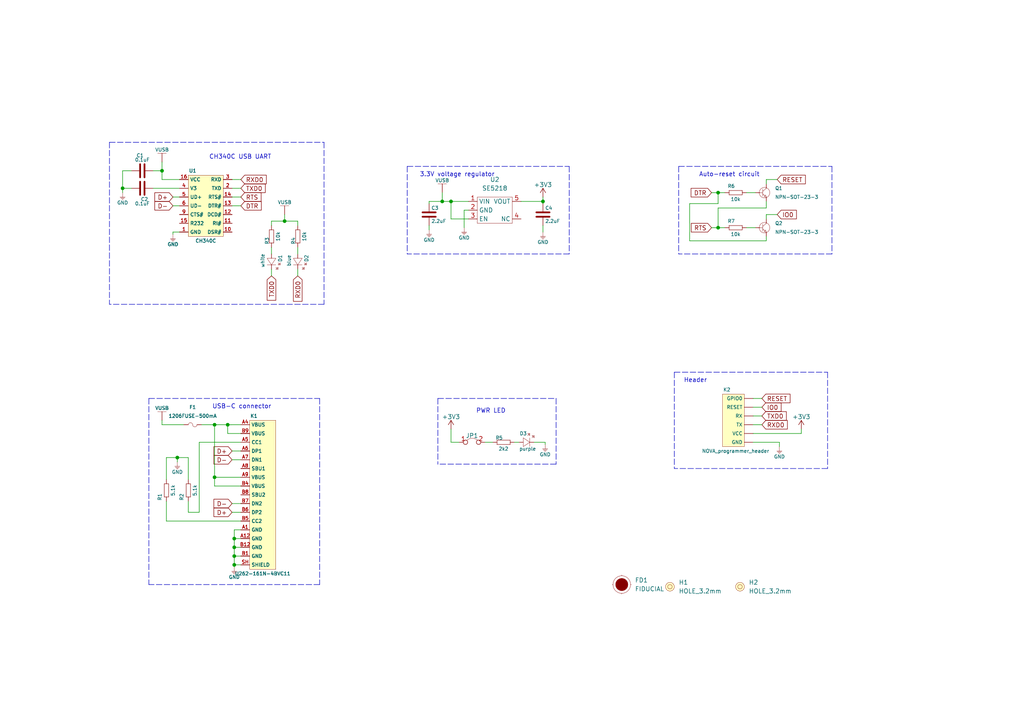
<source format=kicad_sch>
(kicad_sch (version 20210621) (generator eeschema)

  (uuid eed8867f-e677-4785-98d0-5fccc25e6319)

  (paper "A4")

  (title_block
    (title "NOVA programmer")
    (date "2021-04-16")
    (rev "v1.0.0.")
  )

  (lib_symbols
    (symbol "e-radionica.com schematics:0402LED" (pin_numbers hide) (pin_names (offset 0.254) hide) (in_bom yes) (on_board yes)
      (property "Reference" "D" (id 0) (at -0.635 2.54 0)
        (effects (font (size 1 1)))
      )
      (property "Value" "0402LED" (id 1) (at 0 -2.54 0)
        (effects (font (size 1 1)))
      )
      (property "Footprint" "e-radionica.com footprinti:0402LED" (id 2) (at 0 5.08 0)
        (effects (font (size 1 1)) hide)
      )
      (property "Datasheet" "" (id 3) (at 0 0 0)
        (effects (font (size 1 1)) hide)
      )
      (symbol "0402LED_0_1"
        (polyline
          (pts
            (xy -0.635 1.27)
            (xy 1.27 0)
          )
          (stroke (width 0.0006)) (fill (type none))
        )
        (polyline
          (pts
            (xy 0.635 1.905)
            (xy 1.27 2.54)
          )
          (stroke (width 0.0006)) (fill (type none))
        )
        (polyline
          (pts
            (xy 1.27 1.27)
            (xy 1.27 -1.27)
          )
          (stroke (width 0.0006)) (fill (type none))
        )
        (polyline
          (pts
            (xy 1.905 1.27)
            (xy 2.54 1.905)
          )
          (stroke (width 0.0006)) (fill (type none))
        )
        (polyline
          (pts
            (xy -0.635 1.27)
            (xy -0.635 -1.27)
            (xy 1.27 0)
          )
          (stroke (width 0.0006)) (fill (type none))
        )
        (polyline
          (pts
            (xy 1.27 2.54)
            (xy 0.635 2.54)
            (xy 1.27 1.905)
            (xy 1.27 2.54)
          )
          (stroke (width 0.0006)) (fill (type none))
        )
        (polyline
          (pts
            (xy 2.54 1.905)
            (xy 1.905 1.905)
            (xy 2.54 1.27)
            (xy 2.54 1.905)
          )
          (stroke (width 0.0006)) (fill (type none))
        )
      )
      (symbol "0402LED_1_1"
        (pin passive line (at -1.905 0 0) (length 1.27)
          (name "A" (effects (font (size 1.27 1.27))))
          (number "1" (effects (font (size 1.27 1.27))))
        )
        (pin passive line (at 2.54 0 180) (length 1.27)
          (name "K" (effects (font (size 1.27 1.27))))
          (number "2" (effects (font (size 1.27 1.27))))
        )
      )
    )
    (symbol "e-radionica.com schematics:0402LED_3" (pin_numbers hide) (pin_names (offset 0.254) hide) (in_bom yes) (on_board yes)
      (property "Reference" "D" (id 0) (at -0.635 2.54 0)
        (effects (font (size 1 1)))
      )
      (property "Value" "0402LED" (id 1) (at 0 -2.54 0)
        (effects (font (size 1 1)))
      )
      (property "Footprint" "e-radionica.com footprinti:0402LED" (id 2) (at 0 5.08 0)
        (effects (font (size 1 1)) hide)
      )
      (property "Datasheet" "" (id 3) (at 0 0 0)
        (effects (font (size 1 1)) hide)
      )
      (symbol "0402LED_3_0_1"
        (polyline
          (pts
            (xy -0.635 1.27)
            (xy 1.27 0)
          )
          (stroke (width 0.0006)) (fill (type none))
        )
        (polyline
          (pts
            (xy 0.635 1.905)
            (xy 1.27 2.54)
          )
          (stroke (width 0.0006)) (fill (type none))
        )
        (polyline
          (pts
            (xy 1.27 1.27)
            (xy 1.27 -1.27)
          )
          (stroke (width 0.0006)) (fill (type none))
        )
        (polyline
          (pts
            (xy 1.905 1.27)
            (xy 2.54 1.905)
          )
          (stroke (width 0.0006)) (fill (type none))
        )
        (polyline
          (pts
            (xy -0.635 1.27)
            (xy -0.635 -1.27)
            (xy 1.27 0)
          )
          (stroke (width 0.0006)) (fill (type none))
        )
        (polyline
          (pts
            (xy 1.27 2.54)
            (xy 0.635 2.54)
            (xy 1.27 1.905)
            (xy 1.27 2.54)
          )
          (stroke (width 0.0006)) (fill (type none))
        )
        (polyline
          (pts
            (xy 2.54 1.905)
            (xy 1.905 1.905)
            (xy 2.54 1.27)
            (xy 2.54 1.905)
          )
          (stroke (width 0.0006)) (fill (type none))
        )
      )
      (symbol "0402LED_3_1_1"
        (pin passive line (at -1.905 0 0) (length 1.27)
          (name "A" (effects (font (size 1.27 1.27))))
          (number "1" (effects (font (size 1.27 1.27))))
        )
        (pin passive line (at 2.54 0 180) (length 1.27)
          (name "K" (effects (font (size 1.27 1.27))))
          (number "2" (effects (font (size 1.27 1.27))))
        )
      )
    )
    (symbol "e-radionica.com schematics:0402R" (pin_numbers hide) (pin_names (offset 0.254)) (in_bom yes) (on_board yes)
      (property "Reference" "R" (id 0) (at -1.905 1.27 0)
        (effects (font (size 1 1)))
      )
      (property "Value" "0402R" (id 1) (at 0 -1.27 0)
        (effects (font (size 1 1)))
      )
      (property "Footprint" "e-radionica.com footprinti:0402R" (id 2) (at -2.54 1.905 0)
        (effects (font (size 1 1)) hide)
      )
      (property "Datasheet" "" (id 3) (at -2.54 1.905 0)
        (effects (font (size 1 1)) hide)
      )
      (symbol "0402R_0_1"
        (rectangle (start -1.905 -0.635) (end 1.905 -0.6604)
          (stroke (width 0.1)) (fill (type none))
        )
        (rectangle (start -1.905 0.635) (end -1.8796 -0.635)
          (stroke (width 0.1)) (fill (type none))
        )
        (rectangle (start -1.905 0.635) (end 1.905 0.6096)
          (stroke (width 0.1)) (fill (type none))
        )
        (rectangle (start 1.905 0.635) (end 1.9304 -0.635)
          (stroke (width 0.1)) (fill (type none))
        )
      )
      (symbol "0402R_1_1"
        (pin passive line (at -3.175 0 0) (length 1.27)
          (name "~" (effects (font (size 1.27 1.27))))
          (number "1" (effects (font (size 1.27 1.27))))
        )
        (pin passive line (at 3.175 0 180) (length 1.27)
          (name "~" (effects (font (size 1.27 1.27))))
          (number "2" (effects (font (size 1.27 1.27))))
        )
      )
    )
    (symbol "e-radionica.com schematics:0603C" (pin_numbers hide) (pin_names (offset 0.002)) (in_bom yes) (on_board yes)
      (property "Reference" "C" (id 0) (at -0.635 3.175 0)
        (effects (font (size 1 1)))
      )
      (property "Value" "0603C" (id 1) (at 0 -3.175 0)
        (effects (font (size 1 1)))
      )
      (property "Footprint" "e-radionica.com footprinti:0603C" (id 2) (at 0 0 0)
        (effects (font (size 1 1)) hide)
      )
      (property "Datasheet" "" (id 3) (at 0 0 0)
        (effects (font (size 1 1)) hide)
      )
      (symbol "0603C_0_1"
        (polyline
          (pts
            (xy -0.635 1.905)
            (xy -0.635 -1.905)
          )
          (stroke (width 0.5)) (fill (type none))
        )
        (polyline
          (pts
            (xy 0.635 1.905)
            (xy 0.635 -1.905)
          )
          (stroke (width 0.5)) (fill (type none))
        )
      )
      (symbol "0603C_1_1"
        (pin passive line (at -3.175 0 0) (length 2.54)
          (name "~" (effects (font (size 1.27 1.27))))
          (number "1" (effects (font (size 1.27 1.27))))
        )
        (pin passive line (at 3.175 0 180) (length 2.54)
          (name "~" (effects (font (size 1.27 1.27))))
          (number "2" (effects (font (size 1.27 1.27))))
        )
      )
    )
    (symbol "e-radionica.com schematics:0603C_4" (pin_numbers hide) (pin_names (offset 0.002)) (in_bom yes) (on_board yes)
      (property "Reference" "C" (id 0) (at -0.635 3.175 0)
        (effects (font (size 1 1)))
      )
      (property "Value" "0603C" (id 1) (at 0 -3.175 0)
        (effects (font (size 1 1)))
      )
      (property "Footprint" "e-radionica.com footprinti:0603C" (id 2) (at 0 0 0)
        (effects (font (size 1 1)) hide)
      )
      (property "Datasheet" "" (id 3) (at 0 0 0)
        (effects (font (size 1 1)) hide)
      )
      (symbol "0603C_4_0_1"
        (polyline
          (pts
            (xy -0.635 1.905)
            (xy -0.635 -1.905)
          )
          (stroke (width 0.5)) (fill (type none))
        )
        (polyline
          (pts
            (xy 0.635 1.905)
            (xy 0.635 -1.905)
          )
          (stroke (width 0.5)) (fill (type none))
        )
      )
      (symbol "0603C_4_1_1"
        (pin passive line (at -3.175 0 0) (length 2.54)
          (name "~" (effects (font (size 1.27 1.27))))
          (number "1" (effects (font (size 1.27 1.27))))
        )
        (pin passive line (at 3.175 0 180) (length 2.54)
          (name "~" (effects (font (size 1.27 1.27))))
          (number "2" (effects (font (size 1.27 1.27))))
        )
      )
    )
    (symbol "e-radionica.com schematics:0603C_5" (pin_numbers hide) (pin_names (offset 0.002)) (in_bom yes) (on_board yes)
      (property "Reference" "C" (id 0) (at -0.635 3.175 0)
        (effects (font (size 1 1)))
      )
      (property "Value" "0603C" (id 1) (at 0 -3.175 0)
        (effects (font (size 1 1)))
      )
      (property "Footprint" "e-radionica.com footprinti:0603C" (id 2) (at 0 0 0)
        (effects (font (size 1 1)) hide)
      )
      (property "Datasheet" "" (id 3) (at 0 0 0)
        (effects (font (size 1 1)) hide)
      )
      (symbol "0603C_5_0_1"
        (polyline
          (pts
            (xy -0.635 1.905)
            (xy -0.635 -1.905)
          )
          (stroke (width 0.5)) (fill (type none))
        )
        (polyline
          (pts
            (xy 0.635 1.905)
            (xy 0.635 -1.905)
          )
          (stroke (width 0.5)) (fill (type none))
        )
      )
      (symbol "0603C_5_1_1"
        (pin passive line (at -3.175 0 0) (length 2.54)
          (name "~" (effects (font (size 1.27 1.27))))
          (number "1" (effects (font (size 1.27 1.27))))
        )
        (pin passive line (at 3.175 0 180) (length 2.54)
          (name "~" (effects (font (size 1.27 1.27))))
          (number "2" (effects (font (size 1.27 1.27))))
        )
      )
    )
    (symbol "e-radionica.com schematics:0603R" (pin_numbers hide) (pin_names (offset 0.254)) (in_bom yes) (on_board yes)
      (property "Reference" "R" (id 0) (at -1.905 1.905 0)
        (effects (font (size 1 1)))
      )
      (property "Value" "0603R" (id 1) (at 0 -1.905 0)
        (effects (font (size 1 1)))
      )
      (property "Footprint" "e-radionica.com footprinti:0603R" (id 2) (at -0.635 1.905 0)
        (effects (font (size 1 1)) hide)
      )
      (property "Datasheet" "" (id 3) (at -0.635 1.905 0)
        (effects (font (size 1 1)) hide)
      )
      (symbol "0603R_0_1"
        (rectangle (start -1.905 -0.635) (end 1.905 -0.6604)
          (stroke (width 0.1)) (fill (type none))
        )
        (rectangle (start -1.905 0.635) (end -1.8796 -0.635)
          (stroke (width 0.1)) (fill (type none))
        )
        (rectangle (start -1.905 0.635) (end 1.905 0.6096)
          (stroke (width 0.1)) (fill (type none))
        )
        (rectangle (start 1.905 0.635) (end 1.9304 -0.635)
          (stroke (width 0.1)) (fill (type none))
        )
      )
      (symbol "0603R_1_1"
        (pin passive line (at -3.175 0 0) (length 1.27)
          (name "~" (effects (font (size 1.27 1.27))))
          (number "1" (effects (font (size 1.27 1.27))))
        )
        (pin passive line (at 3.175 0 180) (length 1.27)
          (name "~" (effects (font (size 1.27 1.27))))
          (number "2" (effects (font (size 1.27 1.27))))
        )
      )
    )
    (symbol "e-radionica.com schematics:0603R_1" (pin_numbers hide) (pin_names (offset 0.254)) (in_bom yes) (on_board yes)
      (property "Reference" "R" (id 0) (at -1.905 1.905 0)
        (effects (font (size 1 1)))
      )
      (property "Value" "0603R" (id 1) (at 0 -1.905 0)
        (effects (font (size 1 1)))
      )
      (property "Footprint" "e-radionica.com footprinti:0603R" (id 2) (at -0.635 1.905 0)
        (effects (font (size 1 1)) hide)
      )
      (property "Datasheet" "" (id 3) (at -0.635 1.905 0)
        (effects (font (size 1 1)) hide)
      )
      (symbol "0603R_1_0_1"
        (rectangle (start -1.905 -0.635) (end 1.905 -0.6604)
          (stroke (width 0.1)) (fill (type none))
        )
        (rectangle (start -1.905 0.635) (end -1.8796 -0.635)
          (stroke (width 0.1)) (fill (type none))
        )
        (rectangle (start -1.905 0.635) (end 1.905 0.6096)
          (stroke (width 0.1)) (fill (type none))
        )
        (rectangle (start 1.905 0.635) (end 1.9304 -0.635)
          (stroke (width 0.1)) (fill (type none))
        )
      )
      (symbol "0603R_1_1_1"
        (pin passive line (at -3.175 0 0) (length 1.27)
          (name "~" (effects (font (size 1.27 1.27))))
          (number "1" (effects (font (size 1.27 1.27))))
        )
        (pin passive line (at 3.175 0 180) (length 1.27)
          (name "~" (effects (font (size 1.27 1.27))))
          (number "2" (effects (font (size 1.27 1.27))))
        )
      )
    )
    (symbol "e-radionica.com schematics:0603R_2" (pin_numbers hide) (pin_names (offset 0.254)) (in_bom yes) (on_board yes)
      (property "Reference" "R" (id 0) (at -1.905 1.905 0)
        (effects (font (size 1 1)))
      )
      (property "Value" "0603R" (id 1) (at 0 -1.905 0)
        (effects (font (size 1 1)))
      )
      (property "Footprint" "e-radionica.com footprinti:0603R" (id 2) (at -0.635 1.905 0)
        (effects (font (size 1 1)) hide)
      )
      (property "Datasheet" "" (id 3) (at -0.635 1.905 0)
        (effects (font (size 1 1)) hide)
      )
      (symbol "0603R_2_0_1"
        (rectangle (start -1.905 -0.635) (end 1.905 -0.6604)
          (stroke (width 0.1)) (fill (type none))
        )
        (rectangle (start -1.905 0.635) (end -1.8796 -0.635)
          (stroke (width 0.1)) (fill (type none))
        )
        (rectangle (start -1.905 0.635) (end 1.905 0.6096)
          (stroke (width 0.1)) (fill (type none))
        )
        (rectangle (start 1.905 0.635) (end 1.9304 -0.635)
          (stroke (width 0.1)) (fill (type none))
        )
      )
      (symbol "0603R_2_1_1"
        (pin passive line (at -3.175 0 0) (length 1.27)
          (name "~" (effects (font (size 1.27 1.27))))
          (number "1" (effects (font (size 1.27 1.27))))
        )
        (pin passive line (at 3.175 0 180) (length 1.27)
          (name "~" (effects (font (size 1.27 1.27))))
          (number "2" (effects (font (size 1.27 1.27))))
        )
      )
    )
    (symbol "e-radionica.com schematics:1206FUSE" (pin_numbers hide) (pin_names hide) (in_bom yes) (on_board yes)
      (property "Reference" "F" (id 0) (at -1.27 1.905 0)
        (effects (font (size 1 1)))
      )
      (property "Value" "1206FUSE" (id 1) (at 0 -1.905 0)
        (effects (font (size 1 1)))
      )
      (property "Footprint" "e-radionica.com footprinti:1206FUSE" (id 2) (at 0 0 0)
        (effects (font (size 1 1)) hide)
      )
      (property "Datasheet" "" (id 3) (at 0 0 0)
        (effects (font (size 1 1)) hide)
      )
      (symbol "1206FUSE_0_1"
        (arc (start -1.27 0) (end 0 0) (radius (at -0.635 -0.0391) (length 0.6362) (angles 176.5 3.5))
          (stroke (width 0.0006)) (fill (type none))
        )
        (arc (start 0 0) (end 1.27 0) (radius (at 0.635 0.0113) (length 0.6351) (angles -179 -1))
          (stroke (width 0.0006)) (fill (type none))
        )
      )
      (symbol "1206FUSE_1_1"
        (pin passive line (at -2.54 0 0) (length 1.27)
          (name "~" (effects (font (size 1 1))))
          (number "1" (effects (font (size 1 1))))
        )
        (pin passive line (at 2.54 0 180) (length 1.27)
          (name "~" (effects (font (size 1 1))))
          (number "2" (effects (font (size 1 1))))
        )
      )
    )
    (symbol "e-radionica.com schematics:CH340C" (in_bom yes) (on_board yes)
      (property "Reference" "U" (id 0) (at -3.81 10.16 0)
        (effects (font (size 1 1)))
      )
      (property "Value" "CH340C" (id 1) (at 0 -10.16 0)
        (effects (font (size 1 1)))
      )
      (property "Footprint" "e-radionica.com footprinti:SOP-16" (id 2) (at 0 0 0)
        (effects (font (size 1 1)) hide)
      )
      (property "Datasheet" "" (id 3) (at 0 0 0)
        (effects (font (size 1 1)) hide)
      )
      (symbol "CH340C_0_1"
        (rectangle (start -5.08 8.89) (end 5.08 -8.89)
          (stroke (width 0.001)) (fill (type background))
        )
      )
      (symbol "CH340C_1_1"
        (pin passive line (at -7.62 -7.62 0) (length 2.54)
          (name "GND" (effects (font (size 1 1))))
          (number "1" (effects (font (size 1 1))))
        )
        (pin passive line (at 7.62 -7.62 180) (length 2.54)
          (name "DSR#" (effects (font (size 1 1))))
          (number "10" (effects (font (size 1 1))))
        )
        (pin passive line (at 7.62 -5.08 180) (length 2.54)
          (name "RI#" (effects (font (size 1 1))))
          (number "11" (effects (font (size 1 1))))
        )
        (pin passive line (at 7.62 -2.54 180) (length 2.54)
          (name "DCD#" (effects (font (size 1 1))))
          (number "12" (effects (font (size 1 1))))
        )
        (pin passive line (at 7.62 0 180) (length 2.54)
          (name "DTR#" (effects (font (size 1 1))))
          (number "13" (effects (font (size 1 1))))
        )
        (pin passive line (at 7.62 2.54 180) (length 2.54)
          (name "RTS#" (effects (font (size 1 1))))
          (number "14" (effects (font (size 1 1))))
        )
        (pin passive line (at -7.62 -5.08 0) (length 2.54)
          (name "R232" (effects (font (size 1 1))))
          (number "15" (effects (font (size 1 1))))
        )
        (pin passive line (at -7.62 7.62 0) (length 2.54)
          (name "VCC" (effects (font (size 1 1))))
          (number "16" (effects (font (size 1 1))))
        )
        (pin passive line (at 7.62 5.08 180) (length 2.54)
          (name "TXD" (effects (font (size 1 1))))
          (number "2" (effects (font (size 1 1))))
        )
        (pin passive line (at 7.62 7.62 180) (length 2.54)
          (name "RXD" (effects (font (size 1 1))))
          (number "3" (effects (font (size 1 1))))
        )
        (pin passive line (at -7.62 5.08 0) (length 2.54)
          (name "V3" (effects (font (size 1 1))))
          (number "4" (effects (font (size 1 1))))
        )
        (pin passive line (at -7.62 2.54 0) (length 2.54)
          (name "UD+" (effects (font (size 1 1))))
          (number "5" (effects (font (size 1 1))))
        )
        (pin passive line (at -7.62 0 0) (length 2.54)
          (name "UD-" (effects (font (size 1 1))))
          (number "6" (effects (font (size 1 1))))
        )
        (pin passive line (at -7.62 -2.54 0) (length 2.54)
          (name "CTS#" (effects (font (size 1 1))))
          (number "9" (effects (font (size 1 1))))
        )
      )
    )
    (symbol "e-radionica.com schematics:FIDUCIAL" (in_bom no) (on_board yes)
      (property "Reference" "FD" (id 0) (at 0 3.81 0)
        (effects (font (size 1.27 1.27)))
      )
      (property "Value" "FIDUCIAL" (id 1) (at 0 -3.81 0)
        (effects (font (size 1.27 1.27)))
      )
      (property "Footprint" "e-radionica.com footprinti:FIDUCIAL_23" (id 2) (at 0.254 -5.334 0)
        (effects (font (size 1.27 1.27)) hide)
      )
      (property "Datasheet" "" (id 3) (at 0 0 0)
        (effects (font (size 1.27 1.27)) hide)
      )
      (symbol "FIDUCIAL_0_1"
        (circle (center 0 0) (radius 2.54) (stroke (width 0.0006)) (fill (type none)))
        (circle (center 0 0) (radius 1.7961) (stroke (width 0.001)) (fill (type outline)))
        (polyline
          (pts
            (xy -2.54 0)
            (xy -2.794 0)
          )
          (stroke (width 0.0006)) (fill (type none))
        )
        (polyline
          (pts
            (xy 0 -2.54)
            (xy 0 -2.794)
          )
          (stroke (width 0.0006)) (fill (type none))
        )
        (polyline
          (pts
            (xy 0 2.54)
            (xy 0 2.794)
          )
          (stroke (width 0.0006)) (fill (type none))
        )
        (polyline
          (pts
            (xy 2.54 0)
            (xy 2.794 0)
          )
          (stroke (width 0.0006)) (fill (type none))
        )
      )
    )
    (symbol "e-radionica.com schematics:GND_1" (power) (pin_names (offset 0)) (in_bom yes) (on_board yes)
      (property "Reference" "#PWR" (id 0) (at 4.445 0 0)
        (effects (font (size 1 1)) hide)
      )
      (property "Value" "GND" (id 1) (at 0 -2.921 0)
        (effects (font (size 1 1)))
      )
      (property "Footprint" "" (id 2) (at 4.445 3.81 0)
        (effects (font (size 1 1)) hide)
      )
      (property "Datasheet" "" (id 3) (at 4.445 3.81 0)
        (effects (font (size 1 1)) hide)
      )
      (property "ki_keywords" "power-flag" (id 4) (at 0 0 0)
        (effects (font (size 1.27 1.27)) hide)
      )
      (property "ki_description" "Power symbol creates a global label with name \"+3V3\"" (id 5) (at 0 0 0)
        (effects (font (size 1.27 1.27)) hide)
      )
      (symbol "GND_1_0_1"
        (polyline
          (pts
            (xy -0.762 -1.27)
            (xy 0.762 -1.27)
          )
          (stroke (width 0.0006)) (fill (type none))
        )
        (polyline
          (pts
            (xy -0.635 -1.524)
            (xy 0.635 -1.524)
          )
          (stroke (width 0.0006)) (fill (type none))
        )
        (polyline
          (pts
            (xy -0.381 -1.778)
            (xy 0.381 -1.778)
          )
          (stroke (width 0.0006)) (fill (type none))
        )
        (polyline
          (pts
            (xy -0.127 -2.032)
            (xy 0.127 -2.032)
          )
          (stroke (width 0.0006)) (fill (type none))
        )
        (polyline
          (pts
            (xy 0 0)
            (xy 0 -1.27)
          )
          (stroke (width 0.0006)) (fill (type none))
        )
      )
      (symbol "GND_1_1_1"
        (pin power_in line (at 0 0 270) (length 0) hide
          (name "GND" (effects (font (size 1.27 1.27))))
          (number "1" (effects (font (size 1.27 1.27))))
        )
      )
    )
    (symbol "e-radionica.com schematics:GND_2" (power) (pin_names (offset 0)) (in_bom yes) (on_board yes)
      (property "Reference" "#PWR" (id 0) (at 4.445 0 0)
        (effects (font (size 1 1)) hide)
      )
      (property "Value" "GND" (id 1) (at 0 -2.921 0)
        (effects (font (size 1 1)))
      )
      (property "Footprint" "" (id 2) (at 4.445 3.81 0)
        (effects (font (size 1 1)) hide)
      )
      (property "Datasheet" "" (id 3) (at 4.445 3.81 0)
        (effects (font (size 1 1)) hide)
      )
      (property "ki_keywords" "power-flag" (id 4) (at 0 0 0)
        (effects (font (size 1.27 1.27)) hide)
      )
      (property "ki_description" "Power symbol creates a global label with name \"+3V3\"" (id 5) (at 0 0 0)
        (effects (font (size 1.27 1.27)) hide)
      )
      (symbol "GND_2_0_1"
        (polyline
          (pts
            (xy -0.762 -1.27)
            (xy 0.762 -1.27)
          )
          (stroke (width 0.0006)) (fill (type none))
        )
        (polyline
          (pts
            (xy -0.635 -1.524)
            (xy 0.635 -1.524)
          )
          (stroke (width 0.0006)) (fill (type none))
        )
        (polyline
          (pts
            (xy -0.381 -1.778)
            (xy 0.381 -1.778)
          )
          (stroke (width 0.0006)) (fill (type none))
        )
        (polyline
          (pts
            (xy -0.127 -2.032)
            (xy 0.127 -2.032)
          )
          (stroke (width 0.0006)) (fill (type none))
        )
        (polyline
          (pts
            (xy 0 0)
            (xy 0 -1.27)
          )
          (stroke (width 0.0006)) (fill (type none))
        )
      )
      (symbol "GND_2_1_1"
        (pin power_in line (at 0 0 270) (length 0) hide
          (name "GND" (effects (font (size 1.27 1.27))))
          (number "1" (effects (font (size 1.27 1.27))))
        )
      )
    )
    (symbol "e-radionica.com schematics:GND_3" (power) (pin_names (offset 0)) (in_bom yes) (on_board yes)
      (property "Reference" "#PWR" (id 0) (at 4.445 0 0)
        (effects (font (size 1 1)) hide)
      )
      (property "Value" "GND" (id 1) (at 0 -2.921 0)
        (effects (font (size 1 1)))
      )
      (property "Footprint" "" (id 2) (at 4.445 3.81 0)
        (effects (font (size 1 1)) hide)
      )
      (property "Datasheet" "" (id 3) (at 4.445 3.81 0)
        (effects (font (size 1 1)) hide)
      )
      (property "ki_keywords" "power-flag" (id 4) (at 0 0 0)
        (effects (font (size 1.27 1.27)) hide)
      )
      (property "ki_description" "Power symbol creates a global label with name \"+3V3\"" (id 5) (at 0 0 0)
        (effects (font (size 1.27 1.27)) hide)
      )
      (symbol "GND_3_0_1"
        (polyline
          (pts
            (xy -0.762 -1.27)
            (xy 0.762 -1.27)
          )
          (stroke (width 0.0006)) (fill (type none))
        )
        (polyline
          (pts
            (xy -0.635 -1.524)
            (xy 0.635 -1.524)
          )
          (stroke (width 0.0006)) (fill (type none))
        )
        (polyline
          (pts
            (xy -0.381 -1.778)
            (xy 0.381 -1.778)
          )
          (stroke (width 0.0006)) (fill (type none))
        )
        (polyline
          (pts
            (xy -0.127 -2.032)
            (xy 0.127 -2.032)
          )
          (stroke (width 0.0006)) (fill (type none))
        )
        (polyline
          (pts
            (xy 0 0)
            (xy 0 -1.27)
          )
          (stroke (width 0.0006)) (fill (type none))
        )
      )
      (symbol "GND_3_1_1"
        (pin power_in line (at 0 0 270) (length 0) hide
          (name "GND" (effects (font (size 1.27 1.27))))
          (number "1" (effects (font (size 1.27 1.27))))
        )
      )
    )
    (symbol "e-radionica.com schematics:GND_5" (power) (pin_names (offset 0)) (in_bom yes) (on_board yes)
      (property "Reference" "#PWR" (id 0) (at 4.445 0 0)
        (effects (font (size 1 1)) hide)
      )
      (property "Value" "GND" (id 1) (at 0 -2.921 0)
        (effects (font (size 1 1)))
      )
      (property "Footprint" "" (id 2) (at 4.445 3.81 0)
        (effects (font (size 1 1)) hide)
      )
      (property "Datasheet" "" (id 3) (at 4.445 3.81 0)
        (effects (font (size 1 1)) hide)
      )
      (property "ki_keywords" "power-flag" (id 4) (at 0 0 0)
        (effects (font (size 1.27 1.27)) hide)
      )
      (property "ki_description" "Power symbol creates a global label with name \"+3V3\"" (id 5) (at 0 0 0)
        (effects (font (size 1.27 1.27)) hide)
      )
      (symbol "GND_5_0_1"
        (polyline
          (pts
            (xy -0.762 -1.27)
            (xy 0.762 -1.27)
          )
          (stroke (width 0.0006)) (fill (type none))
        )
        (polyline
          (pts
            (xy -0.635 -1.524)
            (xy 0.635 -1.524)
          )
          (stroke (width 0.0006)) (fill (type none))
        )
        (polyline
          (pts
            (xy -0.381 -1.778)
            (xy 0.381 -1.778)
          )
          (stroke (width 0.0006)) (fill (type none))
        )
        (polyline
          (pts
            (xy -0.127 -2.032)
            (xy 0.127 -2.032)
          )
          (stroke (width 0.0006)) (fill (type none))
        )
        (polyline
          (pts
            (xy 0 0)
            (xy 0 -1.27)
          )
          (stroke (width 0.0006)) (fill (type none))
        )
      )
      (symbol "GND_5_1_1"
        (pin power_in line (at 0 0 270) (length 0) hide
          (name "GND" (effects (font (size 1.27 1.27))))
          (number "1" (effects (font (size 1.27 1.27))))
        )
      )
    )
    (symbol "e-radionica.com schematics:GND_7" (power) (pin_names (offset 0)) (in_bom yes) (on_board yes)
      (property "Reference" "#PWR" (id 0) (at 4.445 0 0)
        (effects (font (size 1 1)) hide)
      )
      (property "Value" "GND" (id 1) (at 0 -2.921 0)
        (effects (font (size 1 1)))
      )
      (property "Footprint" "" (id 2) (at 4.445 3.81 0)
        (effects (font (size 1 1)) hide)
      )
      (property "Datasheet" "" (id 3) (at 4.445 3.81 0)
        (effects (font (size 1 1)) hide)
      )
      (property "ki_keywords" "power-flag" (id 4) (at 0 0 0)
        (effects (font (size 1.27 1.27)) hide)
      )
      (property "ki_description" "Power symbol creates a global label with name \"+3V3\"" (id 5) (at 0 0 0)
        (effects (font (size 1.27 1.27)) hide)
      )
      (symbol "GND_7_0_1"
        (polyline
          (pts
            (xy -0.762 -1.27)
            (xy 0.762 -1.27)
          )
          (stroke (width 0.0006)) (fill (type none))
        )
        (polyline
          (pts
            (xy -0.635 -1.524)
            (xy 0.635 -1.524)
          )
          (stroke (width 0.0006)) (fill (type none))
        )
        (polyline
          (pts
            (xy -0.381 -1.778)
            (xy 0.381 -1.778)
          )
          (stroke (width 0.0006)) (fill (type none))
        )
        (polyline
          (pts
            (xy -0.127 -2.032)
            (xy 0.127 -2.032)
          )
          (stroke (width 0.0006)) (fill (type none))
        )
        (polyline
          (pts
            (xy 0 0)
            (xy 0 -1.27)
          )
          (stroke (width 0.0006)) (fill (type none))
        )
      )
      (symbol "GND_7_1_1"
        (pin power_in line (at 0 0 270) (length 0) hide
          (name "GND" (effects (font (size 1.27 1.27))))
          (number "1" (effects (font (size 1.27 1.27))))
        )
      )
    )
    (symbol "e-radionica.com schematics:HOLE_3.2mm" (pin_numbers hide) (pin_names hide) (in_bom yes) (on_board yes)
      (property "Reference" "H" (id 0) (at 0 2.54 0)
        (effects (font (size 1.27 1.27)))
      )
      (property "Value" "HOLE_3.2mm" (id 1) (at 0 -2.54 0)
        (effects (font (size 1.27 1.27)))
      )
      (property "Footprint" "e-radionica.com footprinti:HOLE_3.2mm" (id 2) (at 0 0 0)
        (effects (font (size 1.27 1.27)) hide)
      )
      (property "Datasheet" "" (id 3) (at 0 0 0)
        (effects (font (size 1.27 1.27)) hide)
      )
      (symbol "HOLE_3.2mm_0_1"
        (circle (center 0 0) (radius 0.635) (stroke (width 0.0006)) (fill (type none)))
        (circle (center 0 0) (radius 1.27) (stroke (width 0.001)) (fill (type background)))
      )
    )
    (symbol "e-radionica.com schematics:NOVA_programmer_header" (pin_numbers hide) (in_bom yes) (on_board yes)
      (property "Reference" "K" (id 0) (at 0.635 8.89 0)
        (effects (font (size 1 1)))
      )
      (property "Value" "NOVA_programmer_header" (id 1) (at 2.54 -8.89 0)
        (effects (font (size 1 1)))
      )
      (property "Footprint" "e-radionica.com footprinti:HEADER_MALE_6X1" (id 2) (at 0 -10.16 0)
        (effects (font (size 1 1)) hide)
      )
      (property "Datasheet" "" (id 3) (at 1.27 -1.27 0)
        (effects (font (size 1 1)) hide)
      )
      (symbol "NOVA_programmer_header_0_1"
        (rectangle (start -3.81 7.62) (end 2.54 -7.62)
          (stroke (width 0.001)) (fill (type background))
        )
      )
      (symbol "NOVA_programmer_header_1_1"
        (pin passive line (at 5.08 -6.35 180) (length 2.54)
          (name "GND" (effects (font (size 0.991 0.991))))
          (number "1" (effects (font (size 0.991 0.991))))
        )
        (pin passive line (at 5.08 -3.81 180) (length 2.54)
          (name "VCC" (effects (font (size 0.991 0.991))))
          (number "2" (effects (font (size 0.991 0.991))))
        )
        (pin passive line (at 5.08 -1.27 180) (length 2.54)
          (name "TX" (effects (font (size 0.991 0.991))))
          (number "3" (effects (font (size 0.991 0.991))))
        )
        (pin passive line (at 5.08 1.27 180) (length 2.54)
          (name "RX" (effects (font (size 0.991 0.991))))
          (number "4" (effects (font (size 0.991 0.991))))
        )
        (pin passive line (at 5.08 3.81 180) (length 2.54)
          (name "RESET" (effects (font (size 0.991 0.991))))
          (number "5" (effects (font (size 0.991 0.991))))
        )
        (pin passive line (at 5.08 6.35 180) (length 2.54)
          (name "GPIO0" (effects (font (size 0.991 0.991))))
          (number "6" (effects (font (size 0.991 0.991))))
        )
      )
    )
    (symbol "e-radionica.com schematics:NPN-SOT-23-3" (pin_numbers hide) (pin_names hide) (in_bom yes) (on_board yes)
      (property "Reference" "Q" (id 0) (at -2.286 2.921 0)
        (effects (font (size 1 1)))
      )
      (property "Value" "NPN-SOT-23-3" (id 1) (at 0 -3.81 0)
        (effects (font (size 1 1)))
      )
      (property "Footprint" "e-radionica.com footprinti:SOT-23-3" (id 2) (at 0 0 0)
        (effects (font (size 1 1)) hide)
      )
      (property "Datasheet" "" (id 3) (at 0 0 0)
        (effects (font (size 1 1)) hide)
      )
      (symbol "NPN-SOT-23-3_0_1"
        (circle (center -0.508 0) (radius 1.524) (stroke (width 0.0006)) (fill (type none)))
        (polyline
          (pts
            (xy -2.032 0)
            (xy -1.016 0)
          )
          (stroke (width 0.0006)) (fill (type none))
        )
        (polyline
          (pts
            (xy -1.016 -0.381)
            (xy -0.4064 -0.9144)
          )
          (stroke (width 0.1)) (fill (type none))
        )
        (polyline
          (pts
            (xy -1.016 0.381)
            (xy 0 1.27)
          )
          (stroke (width 0.0006)) (fill (type none))
        )
        (polyline
          (pts
            (xy -1.016 1.016)
            (xy -1.016 -1.016)
          )
          (stroke (width 0.0006)) (fill (type none))
        )
        (polyline
          (pts
            (xy -0.6096 -1.1684)
            (xy -0.2032 -0.6604)
            (xy 0 -1.27)
            (xy -0.6096 -1.1684)
          )
          (stroke (width 0.0006)) (fill (type none))
        )
      )
      (symbol "NPN-SOT-23-3_1_1"
        (pin passive line (at -3.175 0 0) (length 1.27)
          (name "B" (effects (font (size 1 1))))
          (number "1" (effects (font (size 1 1))))
        )
        (pin passive line (at 0 -2.54 90) (length 1.27)
          (name "E" (effects (font (size 1 1))))
          (number "2" (effects (font (size 1 1))))
        )
        (pin passive line (at 0 2.54 270) (length 1.27)
          (name "C" (effects (font (size 1 1))))
          (number "3" (effects (font (size 1 1))))
        )
      )
    )
    (symbol "e-radionica.com schematics:SE5218" (in_bom yes) (on_board yes)
      (property "Reference" "U" (id 0) (at -3.81 5.08 0)
        (effects (font (size 1.27 1.27)))
      )
      (property "Value" "SE5218" (id 1) (at 0 -5.08 0)
        (effects (font (size 1.27 1.27)))
      )
      (property "Footprint" "e-radionica.com footprinti:SOT-23-5" (id 2) (at 0 0 0)
        (effects (font (size 1.27 1.27)) hide)
      )
      (property "Datasheet" "" (id 3) (at 0 0 0)
        (effects (font (size 1.27 1.27)) hide)
      )
      (symbol "SE5218_0_1"
        (rectangle (start -5.08 3.81) (end 5.08 -3.81)
          (stroke (width 0.0006)) (fill (type none))
        )
      )
      (symbol "SE5218_1_1"
        (pin power_in line (at -7.62 2.54 0) (length 2.54)
          (name "VIN" (effects (font (size 1.27 1.27))))
          (number "1" (effects (font (size 1.27 1.27))))
        )
        (pin power_in line (at -7.62 0 0) (length 2.54)
          (name "GND" (effects (font (size 1.27 1.27))))
          (number "2" (effects (font (size 1.27 1.27))))
        )
        (pin input line (at -7.62 -2.54 0) (length 2.54)
          (name "EN" (effects (font (size 1.27 1.27))))
          (number "3" (effects (font (size 1.27 1.27))))
        )
        (pin passive line (at 7.62 -2.54 180) (length 2.54)
          (name "NC" (effects (font (size 1.27 1.27))))
          (number "4" (effects (font (size 1.27 1.27))))
        )
        (pin power_out line (at 7.62 2.54 180) (length 2.54)
          (name "VOUT" (effects (font (size 1.27 1.27))))
          (number "5" (effects (font (size 1.27 1.27))))
        )
      )
    )
    (symbol "e-radionica.com schematics:SMD-JUMPER-CONNECTED_TRACE_SLODERMASK" (in_bom yes) (on_board yes)
      (property "Reference" "JP" (id 0) (at 0 3.556 0)
        (effects (font (size 1.27 1.27)))
      )
      (property "Value" "SMD-JUMPER-CONNECTED_TRACE_SLODERMASK" (id 1) (at 0 -2.54 0)
        (effects (font (size 1.27 1.27)))
      )
      (property "Footprint" "e-radionica.com footprinti:SMD-JUMPER-CONNECTED_TRACE_SLODERMASK" (id 2) (at 0 -5.715 0)
        (effects (font (size 1.27 1.27)) hide)
      )
      (property "Datasheet" "" (id 3) (at 0 0 0)
        (effects (font (size 1.27 1.27)) hide)
      )
      (symbol "SMD-JUMPER-CONNECTED_TRACE_SLODERMASK_0_1"
        (arc (start -1.8034 0.5588) (end 1.397 0.5842) (radius (at -0.1875 -1.4124) (length 2.5489) (angles 129.3 51.6))
          (stroke (width 0.0006)) (fill (type none))
        )
      )
      (symbol "SMD-JUMPER-CONNECTED_TRACE_SLODERMASK_1_1"
        (pin passive inverted (at -4.064 0 0) (length 2.54)
          (name "" (effects (font (size 1.27 1.27))))
          (number "1" (effects (font (size 1.27 1.27))))
        )
        (pin passive inverted (at 3.556 0 180) (length 2.54)
          (name "" (effects (font (size 1.27 1.27))))
          (number "2" (effects (font (size 1.27 1.27))))
        )
      )
    )
    (symbol "e-radionica.com schematics:U262-161N-4BVC11" (in_bom yes) (on_board yes)
      (property "Reference" "K" (id 0) (at 0 22.86 0)
        (effects (font (size 1 1)))
      )
      (property "Value" "U262-161N-4BVC11" (id 1) (at 2.54 -22.86 0)
        (effects (font (size 1 1)))
      )
      (property "Footprint" "e-radionica.com footprinti:U262-161N-4BVC11" (id 2) (at 1.27 -3.81 0)
        (effects (font (size 1 1)) hide)
      )
      (property "Datasheet" "" (id 3) (at 1.27 -3.81 0)
        (effects (font (size 1 1)) hide)
      )
      (property "ki_keywords" "USBC USB-C USB" (id 4) (at 0 0 0)
        (effects (font (size 1.27 1.27)) hide)
      )
      (symbol "U262-161N-4BVC11_0_1"
        (rectangle (start -1.27 21.59) (end 6.35 -21.59)
          (stroke (width 0.001)) (fill (type background))
        )
      )
      (symbol "U262-161N-4BVC11_1_1"
        (pin passive line (at -3.81 -10.16 0) (length 2.54)
          (name "GND" (effects (font (size 1 1))))
          (number "A1" (effects (font (size 1 1))))
        )
        (pin passive line (at -3.81 -12.7 0) (length 2.54)
          (name "GND" (effects (font (size 1 1))))
          (number "A12" (effects (font (size 1 1))))
        )
        (pin passive line (at -3.81 20.32 0) (length 2.54)
          (name "VBUS" (effects (font (size 1 1))))
          (number "A4" (effects (font (size 1 1))))
        )
        (pin passive line (at -3.81 15.24 0) (length 2.54)
          (name "CC1" (effects (font (size 1 1))))
          (number "A5" (effects (font (size 1 1))))
        )
        (pin passive line (at -3.81 12.7 0) (length 2.54)
          (name "DP1" (effects (font (size 1 1))))
          (number "A6" (effects (font (size 1 1))))
        )
        (pin passive line (at -3.81 10.16 0) (length 2.54)
          (name "DN1" (effects (font (size 1 1))))
          (number "A7" (effects (font (size 1 1))))
        )
        (pin passive line (at -3.81 7.62 0) (length 2.54)
          (name "SBU1" (effects (font (size 1 1))))
          (number "A8" (effects (font (size 1 1))))
        )
        (pin passive line (at -3.81 5.08 0) (length 2.54)
          (name "VBUS" (effects (font (size 1 1))))
          (number "A9" (effects (font (size 1 1))))
        )
        (pin passive line (at -3.81 -17.78 0) (length 2.54)
          (name "GND" (effects (font (size 1 1))))
          (number "B1" (effects (font (size 1 1))))
        )
        (pin passive line (at -3.81 -15.24 0) (length 2.54)
          (name "GND" (effects (font (size 1 1))))
          (number "B12" (effects (font (size 1 1))))
        )
        (pin passive line (at -3.81 2.54 0) (length 2.54)
          (name "VBUS" (effects (font (size 1 1))))
          (number "B4" (effects (font (size 1 1))))
        )
        (pin passive line (at -3.81 -7.62 0) (length 2.54)
          (name "CC2" (effects (font (size 1 1))))
          (number "B5" (effects (font (size 1 1))))
        )
        (pin passive line (at -3.81 -5.08 0) (length 2.54)
          (name "DP2" (effects (font (size 1 1))))
          (number "B6" (effects (font (size 1 1))))
        )
        (pin passive line (at -3.81 -2.54 0) (length 2.54)
          (name "DN2" (effects (font (size 1 1))))
          (number "B7" (effects (font (size 1 1))))
        )
        (pin passive line (at -3.81 0 0) (length 2.54)
          (name "SBU2" (effects (font (size 1 1))))
          (number "B8" (effects (font (size 1 1))))
        )
        (pin passive line (at -3.81 17.78 0) (length 2.54)
          (name "VBUS" (effects (font (size 1 1))))
          (number "B9" (effects (font (size 1 1))))
        )
        (pin passive line (at -3.81 -20.32 0) (length 2.54)
          (name "SHIELD" (effects (font (size 1 1))))
          (number "SH" (effects (font (size 1 1))))
        )
      )
    )
    (symbol "e-radionica.com schematics:VUSB_1" (power) (pin_names (offset 0)) (in_bom yes) (on_board yes)
      (property "Reference" "#PWR" (id 0) (at 4.445 0 0)
        (effects (font (size 1 1)) hide)
      )
      (property "Value" "VUSB" (id 1) (at 0 3.556 0)
        (effects (font (size 1 1)))
      )
      (property "Footprint" "" (id 2) (at 4.445 3.81 0)
        (effects (font (size 1 1)) hide)
      )
      (property "Datasheet" "" (id 3) (at 4.445 3.81 0)
        (effects (font (size 1 1)) hide)
      )
      (property "ki_keywords" "power-flag" (id 4) (at 0 0 0)
        (effects (font (size 1.27 1.27)) hide)
      )
      (property "ki_description" "Power symbol creates a global label with name \"+3V3\"" (id 5) (at 0 0 0)
        (effects (font (size 1.27 1.27)) hide)
      )
      (symbol "VUSB_1_0_1"
        (polyline
          (pts
            (xy -1.27 2.54)
            (xy 1.27 2.54)
          )
          (stroke (width 0.0006)) (fill (type none))
        )
        (polyline
          (pts
            (xy 0 0)
            (xy 0 2.54)
          )
          (stroke (width 0)) (fill (type none))
        )
      )
      (symbol "VUSB_1_1_1"
        (pin power_in line (at 0 0 90) (length 0) hide
          (name "VUSB" (effects (font (size 1.27 1.27))))
          (number "1" (effects (font (size 1.27 1.27))))
        )
      )
    )
    (symbol "e-radionica.com schematics:VUSB_2" (power) (pin_names (offset 0)) (in_bom yes) (on_board yes)
      (property "Reference" "#PWR" (id 0) (at 4.445 0 0)
        (effects (font (size 1 1)) hide)
      )
      (property "Value" "VUSB" (id 1) (at 0 3.556 0)
        (effects (font (size 1 1)))
      )
      (property "Footprint" "" (id 2) (at 4.445 3.81 0)
        (effects (font (size 1 1)) hide)
      )
      (property "Datasheet" "" (id 3) (at 4.445 3.81 0)
        (effects (font (size 1 1)) hide)
      )
      (property "ki_keywords" "power-flag" (id 4) (at 0 0 0)
        (effects (font (size 1.27 1.27)) hide)
      )
      (property "ki_description" "Power symbol creates a global label with name \"+3V3\"" (id 5) (at 0 0 0)
        (effects (font (size 1.27 1.27)) hide)
      )
      (symbol "VUSB_2_0_1"
        (polyline
          (pts
            (xy -1.27 2.54)
            (xy 1.27 2.54)
          )
          (stroke (width 0.0006)) (fill (type none))
        )
        (polyline
          (pts
            (xy 0 0)
            (xy 0 2.54)
          )
          (stroke (width 0)) (fill (type none))
        )
      )
      (symbol "VUSB_2_1_1"
        (pin power_in line (at 0 0 90) (length 0) hide
          (name "VUSB" (effects (font (size 1.27 1.27))))
          (number "1" (effects (font (size 1.27 1.27))))
        )
      )
    )
    (symbol "e-radionica.com schematics:VUSB_3" (power) (pin_names (offset 0)) (in_bom yes) (on_board yes)
      (property "Reference" "#PWR" (id 0) (at 4.445 0 0)
        (effects (font (size 1 1)) hide)
      )
      (property "Value" "VUSB" (id 1) (at 0 3.556 0)
        (effects (font (size 1 1)))
      )
      (property "Footprint" "" (id 2) (at 4.445 3.81 0)
        (effects (font (size 1 1)) hide)
      )
      (property "Datasheet" "" (id 3) (at 4.445 3.81 0)
        (effects (font (size 1 1)) hide)
      )
      (property "ki_keywords" "power-flag" (id 4) (at 0 0 0)
        (effects (font (size 1.27 1.27)) hide)
      )
      (property "ki_description" "Power symbol creates a global label with name \"+3V3\"" (id 5) (at 0 0 0)
        (effects (font (size 1.27 1.27)) hide)
      )
      (symbol "VUSB_3_0_1"
        (polyline
          (pts
            (xy -1.27 2.54)
            (xy 1.27 2.54)
          )
          (stroke (width 0.0006)) (fill (type none))
        )
        (polyline
          (pts
            (xy 0 0)
            (xy 0 2.54)
          )
          (stroke (width 0)) (fill (type none))
        )
      )
      (symbol "VUSB_3_1_1"
        (pin power_in line (at 0 0 90) (length 0) hide
          (name "VUSB" (effects (font (size 1.27 1.27))))
          (number "1" (effects (font (size 1.27 1.27))))
        )
      )
    )
    (symbol "power:+3V3" (power) (pin_names (offset 0)) (in_bom yes) (on_board yes)
      (property "Reference" "#PWR" (id 0) (at 0 -3.81 0)
        (effects (font (size 1.27 1.27)) hide)
      )
      (property "Value" "+3V3" (id 1) (at 0 3.556 0)
        (effects (font (size 1.27 1.27)))
      )
      (property "Footprint" "" (id 2) (at 0 0 0)
        (effects (font (size 1.27 1.27)) hide)
      )
      (property "Datasheet" "" (id 3) (at 0 0 0)
        (effects (font (size 1.27 1.27)) hide)
      )
      (property "ki_keywords" "power-flag" (id 4) (at 0 0 0)
        (effects (font (size 1.27 1.27)) hide)
      )
      (property "ki_description" "Power symbol creates a global label with name \"+3V3\"" (id 5) (at 0 0 0)
        (effects (font (size 1.27 1.27)) hide)
      )
      (symbol "+3V3_0_1"
        (polyline
          (pts
            (xy -0.762 1.27)
            (xy 0 2.54)
          )
          (stroke (width 0)) (fill (type none))
        )
        (polyline
          (pts
            (xy 0 0)
            (xy 0 2.54)
          )
          (stroke (width 0)) (fill (type none))
        )
        (polyline
          (pts
            (xy 0 2.54)
            (xy 0.762 1.27)
          )
          (stroke (width 0)) (fill (type none))
        )
      )
      (symbol "+3V3_1_1"
        (pin power_in line (at 0 0 90) (length 0) hide
          (name "+3V3" (effects (font (size 1.27 1.27))))
          (number "1" (effects (font (size 1.27 1.27))))
        )
      )
    )
  )

  (junction (at 35.56 54.61) (diameter 0.9144) (color 0 0 0 0))
  (junction (at 46.99 49.53) (diameter 0.9144) (color 0 0 0 0))
  (junction (at 51.435 132.715) (diameter 0.9144) (color 0 0 0 0))
  (junction (at 62.23 123.19) (diameter 0.9144) (color 0 0 0 0))
  (junction (at 62.23 138.43) (diameter 0.9144) (color 0 0 0 0))
  (junction (at 66.04 123.19) (diameter 0.9144) (color 0 0 0 0))
  (junction (at 67.945 156.21) (diameter 0.9144) (color 0 0 0 0))
  (junction (at 67.945 158.75) (diameter 0.9144) (color 0 0 0 0))
  (junction (at 67.945 161.29) (diameter 0.9144) (color 0 0 0 0))
  (junction (at 67.945 163.83) (diameter 0.9144) (color 0 0 0 0))
  (junction (at 82.55 64.135) (diameter 0.9144) (color 0 0 0 0))
  (junction (at 128.27 58.42) (diameter 0.9144) (color 0 0 0 0))
  (junction (at 130.81 58.42) (diameter 0.9144) (color 0 0 0 0))
  (junction (at 157.48 58.42) (diameter 0.9144) (color 0 0 0 0))
  (junction (at 208.28 55.88) (diameter 0.9144) (color 0 0 0 0))
  (junction (at 208.28 66.04) (diameter 0.9144) (color 0 0 0 0))

  (wire (pts (xy 35.56 49.53) (xy 35.56 54.61))
    (stroke (width 0) (type solid) (color 0 0 0 0))
    (uuid cc0e3e13-5943-4497-9fe0-43d4c6c2b9c1)
  )
  (wire (pts (xy 35.56 54.61) (xy 35.56 55.88))
    (stroke (width 0) (type solid) (color 0 0 0 0))
    (uuid 6fc66663-aa78-4ec4-a0a4-ece937ab8fe6)
  )
  (wire (pts (xy 38.1 49.53) (xy 35.56 49.53))
    (stroke (width 0) (type solid) (color 0 0 0 0))
    (uuid 39c55055-c45a-48b1-b660-57a6c3226333)
  )
  (wire (pts (xy 38.1 54.61) (xy 35.56 54.61))
    (stroke (width 0) (type solid) (color 0 0 0 0))
    (uuid e9261330-498f-436e-8012-9a49c4c166c9)
  )
  (wire (pts (xy 44.45 49.53) (xy 46.99 49.53))
    (stroke (width 0) (type solid) (color 0 0 0 0))
    (uuid ad89af30-b6c2-4587-8a83-dc41cb244625)
  )
  (wire (pts (xy 44.45 54.61) (xy 52.07 54.61))
    (stroke (width 0) (type solid) (color 0 0 0 0))
    (uuid a7d2bb45-71aa-497d-8800-03ce5ba606e3)
  )
  (wire (pts (xy 46.99 49.53) (xy 46.99 46.99))
    (stroke (width 0) (type solid) (color 0 0 0 0))
    (uuid 900e2cf0-a9f1-4d49-985e-7113b77d04e5)
  )
  (wire (pts (xy 46.99 52.07) (xy 46.99 49.53))
    (stroke (width 0) (type solid) (color 0 0 0 0))
    (uuid 641e208b-f1f4-4c6c-846c-eabdc2cdbd74)
  )
  (wire (pts (xy 46.99 123.19) (xy 46.99 121.92))
    (stroke (width 0) (type solid) (color 0 0 0 0))
    (uuid 0b7633cc-8d58-423b-a83a-648c2e224584)
  )
  (wire (pts (xy 48.26 132.715) (xy 48.26 139.065))
    (stroke (width 0) (type solid) (color 0 0 0 0))
    (uuid 20beef2a-3c51-4f23-9484-a25f1c6d35fb)
  )
  (wire (pts (xy 48.26 132.715) (xy 51.435 132.715))
    (stroke (width 0) (type solid) (color 0 0 0 0))
    (uuid 6ced7626-43fa-4a07-963a-80cf78a85759)
  )
  (wire (pts (xy 48.26 145.415) (xy 48.26 151.13))
    (stroke (width 0) (type solid) (color 0 0 0 0))
    (uuid 314ae8cb-b0ae-4e14-a017-38edcbbfb304)
  )
  (wire (pts (xy 50.165 57.15) (xy 52.07 57.15))
    (stroke (width 0) (type solid) (color 0 0 0 0))
    (uuid 4d9fb0a7-d7cc-4501-a4ff-b16bc2e76f3a)
  )
  (wire (pts (xy 50.165 59.69) (xy 52.07 59.69))
    (stroke (width 0) (type solid) (color 0 0 0 0))
    (uuid 01b3bc1f-5926-441d-8476-3890d1b3010e)
  )
  (wire (pts (xy 50.165 67.31) (xy 50.165 67.945))
    (stroke (width 0) (type solid) (color 0 0 0 0))
    (uuid 38d982fa-adc1-42b3-9c9a-ee0060fb2bdc)
  )
  (wire (pts (xy 51.435 132.715) (xy 51.435 133.985))
    (stroke (width 0) (type solid) (color 0 0 0 0))
    (uuid 0811b340-9d8d-4951-ac18-4e6a0de9e701)
  )
  (wire (pts (xy 51.435 132.715) (xy 54.61 132.715))
    (stroke (width 0) (type solid) (color 0 0 0 0))
    (uuid 0595c302-1d4f-493b-9b95-2decd1f8194e)
  )
  (wire (pts (xy 52.07 52.07) (xy 46.99 52.07))
    (stroke (width 0) (type solid) (color 0 0 0 0))
    (uuid c1b4a8c4-c1ef-41f6-af7c-09d56c7f1705)
  )
  (wire (pts (xy 52.07 67.31) (xy 50.165 67.31))
    (stroke (width 0) (type solid) (color 0 0 0 0))
    (uuid 61c6c2d2-bafb-4969-a7b3-a17eeefcf367)
  )
  (wire (pts (xy 53.34 123.19) (xy 46.99 123.19))
    (stroke (width 0) (type solid) (color 0 0 0 0))
    (uuid 0b7633cc-8d58-423b-a83a-648c2e224584)
  )
  (wire (pts (xy 54.61 132.715) (xy 54.61 139.065))
    (stroke (width 0) (type solid) (color 0 0 0 0))
    (uuid b6ea9101-fc2c-4bba-a43e-27da5209e1ce)
  )
  (wire (pts (xy 54.61 145.415) (xy 54.61 148.59))
    (stroke (width 0) (type solid) (color 0 0 0 0))
    (uuid 6f01896d-3a0b-4267-8a86-ac502c21aaba)
  )
  (wire (pts (xy 54.61 148.59) (xy 57.785 148.59))
    (stroke (width 0) (type solid) (color 0 0 0 0))
    (uuid 28f564dc-8908-49fd-8900-88da90c3a65e)
  )
  (wire (pts (xy 57.785 128.27) (xy 69.85 128.27))
    (stroke (width 0) (type solid) (color 0 0 0 0))
    (uuid c01fe65c-6f4d-48ef-99ac-01ba0ab2f2c0)
  )
  (wire (pts (xy 57.785 148.59) (xy 57.785 128.27))
    (stroke (width 0) (type solid) (color 0 0 0 0))
    (uuid d63f294c-26eb-47cc-9716-4c1d5863b415)
  )
  (wire (pts (xy 58.42 123.19) (xy 62.23 123.19))
    (stroke (width 0) (type solid) (color 0 0 0 0))
    (uuid 8fe5a7b8-e39a-43f2-8d4f-8599beaf4073)
  )
  (wire (pts (xy 62.23 123.19) (xy 66.04 123.19))
    (stroke (width 0) (type solid) (color 0 0 0 0))
    (uuid ab648ae2-bf5b-4299-bf50-3d645201746e)
  )
  (wire (pts (xy 62.23 138.43) (xy 62.23 123.19))
    (stroke (width 0) (type solid) (color 0 0 0 0))
    (uuid 2d0b6899-dc0e-418b-aaf7-a05c850dff04)
  )
  (wire (pts (xy 62.23 138.43) (xy 62.23 140.97))
    (stroke (width 0) (type solid) (color 0 0 0 0))
    (uuid 90281382-df37-4e10-955c-f08b92bf0e25)
  )
  (wire (pts (xy 62.23 138.43) (xy 69.85 138.43))
    (stroke (width 0) (type solid) (color 0 0 0 0))
    (uuid 4750fb69-ba9e-438a-921c-3415e59acb7a)
  )
  (wire (pts (xy 66.04 123.19) (xy 69.85 123.19))
    (stroke (width 0) (type solid) (color 0 0 0 0))
    (uuid 834fddb1-f3be-4937-a214-4008811facfe)
  )
  (wire (pts (xy 66.04 125.73) (xy 66.04 123.19))
    (stroke (width 0) (type solid) (color 0 0 0 0))
    (uuid 626aa133-9bea-4736-a704-80561985fc84)
  )
  (wire (pts (xy 67.31 52.07) (xy 69.85 52.07))
    (stroke (width 0) (type solid) (color 0 0 0 0))
    (uuid ea28a2cd-0474-4e90-a075-ba8377f5d2fd)
  )
  (wire (pts (xy 67.31 54.61) (xy 69.85 54.61))
    (stroke (width 0) (type solid) (color 0 0 0 0))
    (uuid 70194b49-788a-421b-bc73-847a6fa420f1)
  )
  (wire (pts (xy 67.31 57.15) (xy 69.85 57.15))
    (stroke (width 0) (type solid) (color 0 0 0 0))
    (uuid 17520b23-e97b-43b7-82e4-95a4aeb75d01)
  )
  (wire (pts (xy 67.31 59.69) (xy 69.85 59.69))
    (stroke (width 0) (type solid) (color 0 0 0 0))
    (uuid 4c999aee-9fe8-4f6d-8b74-679b42a13598)
  )
  (wire (pts (xy 67.31 130.81) (xy 69.85 130.81))
    (stroke (width 0) (type solid) (color 0 0 0 0))
    (uuid 1b2bd8d0-448d-4705-a56f-b872219c05e0)
  )
  (wire (pts (xy 67.31 133.35) (xy 69.85 133.35))
    (stroke (width 0) (type solid) (color 0 0 0 0))
    (uuid ca9c5ad1-d8bf-4c25-bea1-5e91714f77a3)
  )
  (wire (pts (xy 67.31 146.05) (xy 69.85 146.05))
    (stroke (width 0) (type solid) (color 0 0 0 0))
    (uuid a4edf5b3-a8eb-4d5d-9d32-e6b38e71f3cc)
  )
  (wire (pts (xy 67.31 148.59) (xy 69.85 148.59))
    (stroke (width 0) (type solid) (color 0 0 0 0))
    (uuid 236ee690-460f-4c70-8679-a372ff87de47)
  )
  (wire (pts (xy 67.945 153.67) (xy 67.945 156.21))
    (stroke (width 0) (type solid) (color 0 0 0 0))
    (uuid 13f5b46c-009c-4bd1-8dfa-ad11028b718c)
  )
  (wire (pts (xy 67.945 156.21) (xy 67.945 158.75))
    (stroke (width 0) (type solid) (color 0 0 0 0))
    (uuid a2065b19-cfcd-4d1d-b4ef-a78288697222)
  )
  (wire (pts (xy 67.945 156.21) (xy 69.85 156.21))
    (stroke (width 0) (type solid) (color 0 0 0 0))
    (uuid 541113ae-ca16-426e-ae2a-06fff865816c)
  )
  (wire (pts (xy 67.945 158.75) (xy 67.945 161.29))
    (stroke (width 0) (type solid) (color 0 0 0 0))
    (uuid 5cfad565-1e4a-4e20-b13f-0e09f5b39109)
  )
  (wire (pts (xy 67.945 158.75) (xy 69.85 158.75))
    (stroke (width 0) (type solid) (color 0 0 0 0))
    (uuid f86896e0-dabc-4bbd-b747-62b0637c3a63)
  )
  (wire (pts (xy 67.945 161.29) (xy 67.945 163.83))
    (stroke (width 0) (type solid) (color 0 0 0 0))
    (uuid 0f40e827-8d43-4121-9b17-fcdc280b8cc8)
  )
  (wire (pts (xy 67.945 161.29) (xy 69.85 161.29))
    (stroke (width 0) (type solid) (color 0 0 0 0))
    (uuid 31036836-1eaf-40f4-ab81-db3f62918d4e)
  )
  (wire (pts (xy 67.945 163.83) (xy 67.945 164.465))
    (stroke (width 0) (type solid) (color 0 0 0 0))
    (uuid a556bc95-9427-4bc5-8c36-f4b847eb10d3)
  )
  (wire (pts (xy 69.85 125.73) (xy 66.04 125.73))
    (stroke (width 0) (type solid) (color 0 0 0 0))
    (uuid 5f01cc2d-4cb1-4bef-bca1-33e5464e2ccb)
  )
  (wire (pts (xy 69.85 140.97) (xy 62.23 140.97))
    (stroke (width 0) (type solid) (color 0 0 0 0))
    (uuid 4d14da63-e1f9-416e-b0a7-ce8e3fe29b4d)
  )
  (wire (pts (xy 69.85 151.13) (xy 48.26 151.13))
    (stroke (width 0) (type solid) (color 0 0 0 0))
    (uuid f46c4be5-3191-418e-b915-dbd5220ff159)
  )
  (wire (pts (xy 69.85 153.67) (xy 67.945 153.67))
    (stroke (width 0) (type solid) (color 0 0 0 0))
    (uuid 014bfd94-f510-4cfc-9eb4-12869ab925a8)
  )
  (wire (pts (xy 69.85 163.83) (xy 67.945 163.83))
    (stroke (width 0) (type solid) (color 0 0 0 0))
    (uuid 8f048c29-994d-47ad-bf9d-6d8d4a6e2a25)
  )
  (wire (pts (xy 78.74 64.135) (xy 82.55 64.135))
    (stroke (width 0) (type solid) (color 0 0 0 0))
    (uuid 5a00961f-fda4-4781-84ad-2493abaa6f6a)
  )
  (wire (pts (xy 78.74 65.405) (xy 78.74 64.135))
    (stroke (width 0) (type solid) (color 0 0 0 0))
    (uuid c8e38d1e-0638-4085-a0e1-f65da698f686)
  )
  (wire (pts (xy 78.74 71.755) (xy 78.74 73.66))
    (stroke (width 0) (type solid) (color 0 0 0 0))
    (uuid 04e7c9e6-ecef-4cb0-9c2a-aef01fe1f03d)
  )
  (wire (pts (xy 78.74 78.105) (xy 78.74 80.01))
    (stroke (width 0) (type solid) (color 0 0 0 0))
    (uuid 52e8a115-844f-48c5-a84a-ac31fd86d070)
  )
  (wire (pts (xy 82.55 62.23) (xy 82.55 64.135))
    (stroke (width 0) (type solid) (color 0 0 0 0))
    (uuid eed04250-84c0-423d-b78e-d5d51a36c9b8)
  )
  (wire (pts (xy 86.36 64.135) (xy 82.55 64.135))
    (stroke (width 0) (type solid) (color 0 0 0 0))
    (uuid 1e6ed29d-8db2-4e98-8362-5c066a15e8af)
  )
  (wire (pts (xy 86.36 65.405) (xy 86.36 64.135))
    (stroke (width 0) (type solid) (color 0 0 0 0))
    (uuid 97d3b036-a49b-4954-a968-d2c1a88df9c9)
  )
  (wire (pts (xy 86.36 71.755) (xy 86.36 73.66))
    (stroke (width 0) (type solid) (color 0 0 0 0))
    (uuid f8d05578-dca4-43d8-81d8-c89cb280dda4)
  )
  (wire (pts (xy 86.36 78.105) (xy 86.36 80.01))
    (stroke (width 0) (type solid) (color 0 0 0 0))
    (uuid 142d8518-a90f-4aac-883d-bb35301b5ac3)
  )
  (wire (pts (xy 124.46 58.42) (xy 128.27 58.42))
    (stroke (width 0) (type solid) (color 0 0 0 0))
    (uuid c5bb9993-b972-4fda-ac35-ce7538ba60f4)
  )
  (wire (pts (xy 124.46 59.055) (xy 124.46 58.42))
    (stroke (width 0) (type solid) (color 0 0 0 0))
    (uuid 72771350-64a8-4f75-9c62-85e97e9dba79)
  )
  (wire (pts (xy 124.46 65.405) (xy 124.46 66.675))
    (stroke (width 0) (type solid) (color 0 0 0 0))
    (uuid a36041d0-a7ef-4f4e-a4bd-a9b9938bae2b)
  )
  (wire (pts (xy 128.27 58.42) (xy 128.27 55.88))
    (stroke (width 0) (type solid) (color 0 0 0 0))
    (uuid 56ef0488-b6f5-44f0-b4d5-b45948c133c6)
  )
  (wire (pts (xy 128.27 58.42) (xy 130.81 58.42))
    (stroke (width 0) (type solid) (color 0 0 0 0))
    (uuid 2eb23976-0f31-4139-b905-e13889fa098f)
  )
  (wire (pts (xy 130.81 58.42) (xy 135.89 58.42))
    (stroke (width 0) (type solid) (color 0 0 0 0))
    (uuid aaa00f21-884a-4563-9d74-f5a7df963656)
  )
  (wire (pts (xy 130.81 63.5) (xy 130.81 58.42))
    (stroke (width 0) (type solid) (color 0 0 0 0))
    (uuid 6745e764-5f8d-43a4-b461-91e08f839ea9)
  )
  (wire (pts (xy 130.81 63.5) (xy 135.89 63.5))
    (stroke (width 0) (type solid) (color 0 0 0 0))
    (uuid b5c27a64-cc7a-4df6-a650-f03b7964dc86)
  )
  (wire (pts (xy 130.81 128.27) (xy 130.81 124.46))
    (stroke (width 0) (type solid) (color 0 0 0 0))
    (uuid 175a39b0-4b72-41b2-a521-7b3e799cb2ea)
  )
  (wire (pts (xy 133.096 128.27) (xy 130.81 128.27))
    (stroke (width 0) (type solid) (color 0 0 0 0))
    (uuid 175a39b0-4b72-41b2-a521-7b3e799cb2ea)
  )
  (wire (pts (xy 134.62 60.96) (xy 134.62 66.04))
    (stroke (width 0) (type solid) (color 0 0 0 0))
    (uuid bfcd0401-eebd-485c-a612-b19ea0ade967)
  )
  (wire (pts (xy 135.89 60.96) (xy 134.62 60.96))
    (stroke (width 0) (type solid) (color 0 0 0 0))
    (uuid 2ddfc622-1e97-4369-8177-66cb77ec2f55)
  )
  (wire (pts (xy 140.716 128.27) (xy 142.875 128.27))
    (stroke (width 0) (type solid) (color 0 0 0 0))
    (uuid e3bb4c64-a417-4af9-928e-e1315457f28e)
  )
  (wire (pts (xy 149.225 128.27) (xy 150.495 128.27))
    (stroke (width 0) (type solid) (color 0 0 0 0))
    (uuid 0a7405b3-e5b7-4357-a5f6-7f62c34b8a6e)
  )
  (wire (pts (xy 151.13 58.42) (xy 157.48 58.42))
    (stroke (width 0) (type solid) (color 0 0 0 0))
    (uuid c5c1b846-ada4-4f1e-9d0b-75bedf7d7585)
  )
  (wire (pts (xy 154.94 128.27) (xy 158.115 128.27))
    (stroke (width 0) (type solid) (color 0 0 0 0))
    (uuid 9a9accec-5dad-4086-9dd5-3fefca764db1)
  )
  (wire (pts (xy 157.48 57.15) (xy 157.48 58.42))
    (stroke (width 0) (type solid) (color 0 0 0 0))
    (uuid 6664f1aa-f9e3-43f4-8e54-551e2b19fb10)
  )
  (wire (pts (xy 157.48 58.42) (xy 157.48 59.055))
    (stroke (width 0) (type solid) (color 0 0 0 0))
    (uuid 5e03f3ce-fbb2-43be-a28b-3bce1d3cfe51)
  )
  (wire (pts (xy 157.48 65.405) (xy 157.48 67.31))
    (stroke (width 0) (type solid) (color 0 0 0 0))
    (uuid 7cf47ad5-fa8e-4a43-a4bb-f442aa8f24f9)
  )
  (wire (pts (xy 158.115 128.27) (xy 158.115 128.905))
    (stroke (width 0) (type solid) (color 0 0 0 0))
    (uuid 0400b0fa-ef76-42bd-a507-227cd922f88f)
  )
  (wire (pts (xy 200.025 59.055) (xy 208.28 59.055))
    (stroke (width 0) (type solid) (color 0 0 0 0))
    (uuid e998c974-10df-4368-a9ac-b425b04d2f0e)
  )
  (wire (pts (xy 200.025 69.85) (xy 200.025 59.055))
    (stroke (width 0) (type solid) (color 0 0 0 0))
    (uuid 1a709ea4-fdc3-4472-b38e-66400768c158)
  )
  (wire (pts (xy 206.375 55.88) (xy 208.28 55.88))
    (stroke (width 0) (type solid) (color 0 0 0 0))
    (uuid 4ea8933b-7503-4dcf-adf3-ff6881572c27)
  )
  (wire (pts (xy 206.375 66.04) (xy 208.28 66.04))
    (stroke (width 0) (type solid) (color 0 0 0 0))
    (uuid e9c2d1b5-7a4b-4071-9232-be9330bb8e1f)
  )
  (wire (pts (xy 208.28 55.88) (xy 210.185 55.88))
    (stroke (width 0) (type solid) (color 0 0 0 0))
    (uuid 6f736e87-465c-414e-ba56-4ff1b8153082)
  )
  (wire (pts (xy 208.28 59.055) (xy 208.28 55.88))
    (stroke (width 0) (type solid) (color 0 0 0 0))
    (uuid 567816a2-2df9-4fbc-b597-9b162a541462)
  )
  (wire (pts (xy 208.28 60.325) (xy 208.28 66.04))
    (stroke (width 0) (type solid) (color 0 0 0 0))
    (uuid 9392f686-adc5-41af-9b8a-9732fde121eb)
  )
  (wire (pts (xy 208.28 66.04) (xy 210.185 66.04))
    (stroke (width 0) (type solid) (color 0 0 0 0))
    (uuid e832691d-9f12-4c55-bb82-55fa7bd18d90)
  )
  (wire (pts (xy 216.535 55.88) (xy 219.075 55.88))
    (stroke (width 0) (type solid) (color 0 0 0 0))
    (uuid 841592fd-4b56-46f9-90c6-1f55029b5494)
  )
  (wire (pts (xy 216.535 66.04) (xy 219.075 66.04))
    (stroke (width 0) (type solid) (color 0 0 0 0))
    (uuid 8986e12a-6110-45cf-95d9-2e515b016f3b)
  )
  (wire (pts (xy 218.44 115.57) (xy 220.98 115.57))
    (stroke (width 0) (type solid) (color 0 0 0 0))
    (uuid 3879d4e4-10e6-4629-b6d4-7f26958775a0)
  )
  (wire (pts (xy 218.44 118.11) (xy 220.98 118.11))
    (stroke (width 0) (type solid) (color 0 0 0 0))
    (uuid ec24b2cd-10b9-4476-832f-810bb6ac73df)
  )
  (wire (pts (xy 218.44 120.65) (xy 220.98 120.65))
    (stroke (width 0) (type solid) (color 0 0 0 0))
    (uuid 4eb2f074-05fc-46a4-8f22-7eb44dda2a69)
  )
  (wire (pts (xy 218.44 123.19) (xy 220.98 123.19))
    (stroke (width 0) (type solid) (color 0 0 0 0))
    (uuid 96b56f1c-1386-46cc-b4aa-559601b07ad3)
  )
  (wire (pts (xy 218.44 125.73) (xy 232.41 125.73))
    (stroke (width 0) (type solid) (color 0 0 0 0))
    (uuid 108cf6af-11b4-4664-92ff-5f95b8f28fd1)
  )
  (wire (pts (xy 218.44 128.27) (xy 226.06 128.27))
    (stroke (width 0) (type solid) (color 0 0 0 0))
    (uuid 64cbab8a-cc74-46e6-90e5-f93811edef6d)
  )
  (wire (pts (xy 222.25 52.07) (xy 225.425 52.07))
    (stroke (width 0) (type solid) (color 0 0 0 0))
    (uuid f4399a30-e056-4175-8170-0bd65d09e60a)
  )
  (wire (pts (xy 222.25 53.34) (xy 222.25 52.07))
    (stroke (width 0) (type solid) (color 0 0 0 0))
    (uuid 7faaf8ea-5173-476b-bb95-0989ba18b81f)
  )
  (wire (pts (xy 222.25 58.42) (xy 222.25 60.325))
    (stroke (width 0) (type solid) (color 0 0 0 0))
    (uuid 7758457b-7b95-4968-b4e9-0c898f558331)
  )
  (wire (pts (xy 222.25 60.325) (xy 208.28 60.325))
    (stroke (width 0) (type solid) (color 0 0 0 0))
    (uuid cf8e3b54-c6a1-4ff0-a97b-5499bcc84cc4)
  )
  (wire (pts (xy 222.25 62.23) (xy 225.425 62.23))
    (stroke (width 0) (type solid) (color 0 0 0 0))
    (uuid b88deabe-8aeb-4e0b-8992-273309110ae0)
  )
  (wire (pts (xy 222.25 63.5) (xy 222.25 62.23))
    (stroke (width 0) (type solid) (color 0 0 0 0))
    (uuid 4f83749b-fbbd-45f1-9587-0241761c0da7)
  )
  (wire (pts (xy 222.25 68.58) (xy 222.25 69.85))
    (stroke (width 0) (type solid) (color 0 0 0 0))
    (uuid 52fe44e2-99e7-4b92-ba03-c28069b6e0b6)
  )
  (wire (pts (xy 222.25 69.85) (xy 200.025 69.85))
    (stroke (width 0) (type solid) (color 0 0 0 0))
    (uuid 317cb66c-94ec-42f7-8bae-cf74e5b2eb45)
  )
  (wire (pts (xy 226.06 128.27) (xy 226.06 129.54))
    (stroke (width 0) (type solid) (color 0 0 0 0))
    (uuid 64cbab8a-cc74-46e6-90e5-f93811edef6d)
  )
  (wire (pts (xy 232.41 125.73) (xy 232.41 124.46))
    (stroke (width 0) (type solid) (color 0 0 0 0))
    (uuid 444492cf-6e5c-4881-9449-fb8d3f96ddda)
  )
  (polyline (pts (xy 31.75 41.275) (xy 31.75 88.265))
    (stroke (width 0) (type dash) (color 0 0 0 0))
    (uuid 16a7d265-4691-4b31-92ab-7bfa5505d953)
  )
  (polyline (pts (xy 31.75 41.275) (xy 93.98 41.275))
    (stroke (width 0) (type dash) (color 0 0 0 0))
    (uuid 5b2bdfe3-f32d-4bb7-8d4c-f252a52bba92)
  )
  (polyline (pts (xy 43.18 115.57) (xy 43.18 169.545))
    (stroke (width 0) (type dash) (color 0 0 0 0))
    (uuid d497c805-3284-483a-98a4-98e59502d4f6)
  )
  (polyline (pts (xy 43.18 115.57) (xy 92.71 115.57))
    (stroke (width 0) (type dash) (color 0 0 0 0))
    (uuid 051323f7-4fa5-429a-9c75-7dcc607be017)
  )
  (polyline (pts (xy 92.71 115.57) (xy 92.71 169.545))
    (stroke (width 0) (type dash) (color 0 0 0 0))
    (uuid 6cf9f2ab-a046-490b-8b77-f1c28dff9f97)
  )
  (polyline (pts (xy 92.71 169.545) (xy 43.18 169.545))
    (stroke (width 0) (type dash) (color 0 0 0 0))
    (uuid 93db4dfa-0f8e-4588-b9a6-23f44c57441c)
  )
  (polyline (pts (xy 93.98 41.275) (xy 93.98 88.265))
    (stroke (width 0) (type dash) (color 0 0 0 0))
    (uuid 05495820-3566-4c58-86aa-c9024b08faf5)
  )
  (polyline (pts (xy 93.98 88.265) (xy 31.75 88.265))
    (stroke (width 0) (type dash) (color 0 0 0 0))
    (uuid 550225d5-ed39-4fb7-9f4b-2ed6029f59f9)
  )
  (polyline (pts (xy 118.11 48.26) (xy 118.11 73.66))
    (stroke (width 0) (type dash) (color 0 0 0 0))
    (uuid 6749d3af-ce03-4283-af01-1f6df7e85011)
  )
  (polyline (pts (xy 118.11 48.26) (xy 165.1 48.26))
    (stroke (width 0) (type dash) (color 0 0 0 0))
    (uuid a76a016e-5757-4b18-a71f-9491e62bf51e)
  )
  (polyline (pts (xy 127 115.57) (xy 127 134.62))
    (stroke (width 0) (type dash) (color 0 0 0 0))
    (uuid 451e9221-a2b6-4e1f-ad66-8bf8546d178b)
  )
  (polyline (pts (xy 127 115.57) (xy 161.29 115.57))
    (stroke (width 0) (type dash) (color 0 0 0 0))
    (uuid 5d38577a-41c4-4b18-a3de-e68fbaed3838)
  )
  (polyline (pts (xy 161.29 115.57) (xy 161.29 134.62))
    (stroke (width 0) (type dash) (color 0 0 0 0))
    (uuid 7f305bfe-6e88-4c5d-8aec-7dcd751d1774)
  )
  (polyline (pts (xy 161.29 134.62) (xy 127 134.62))
    (stroke (width 0) (type dash) (color 0 0 0 0))
    (uuid cb218311-21c5-440e-8c6c-f22f561256ee)
  )
  (polyline (pts (xy 165.1 48.26) (xy 165.1 73.66))
    (stroke (width 0) (type dash) (color 0 0 0 0))
    (uuid 458d5447-40df-4932-9455-601fa79d604e)
  )
  (polyline (pts (xy 165.1 73.66) (xy 118.11 73.66))
    (stroke (width 0) (type dash) (color 0 0 0 0))
    (uuid 76c86192-1d11-487e-9165-4473d43533cf)
  )
  (polyline (pts (xy 195.58 107.95) (xy 195.58 135.89))
    (stroke (width 0) (type dash) (color 0 0 0 0))
    (uuid 839ab1b7-952f-4833-b0cd-78f1b7820988)
  )
  (polyline (pts (xy 195.58 107.95) (xy 240.03 107.95))
    (stroke (width 0) (type dash) (color 0 0 0 0))
    (uuid 4b67b453-6a27-4dab-bf0d-f0d302049da3)
  )
  (polyline (pts (xy 196.85 48.26) (xy 196.85 73.66))
    (stroke (width 0) (type dash) (color 0 0 0 0))
    (uuid 288e903c-a484-4578-ab3c-eda148928c7c)
  )
  (polyline (pts (xy 196.85 48.26) (xy 241.3 48.26))
    (stroke (width 0) (type dash) (color 0 0 0 0))
    (uuid 9c12c1e2-86ed-4e90-8a33-922b394b6e2c)
  )
  (polyline (pts (xy 240.03 107.95) (xy 240.03 135.89))
    (stroke (width 0) (type dash) (color 0 0 0 0))
    (uuid c9974d4d-52f4-48a0-9ede-d7c0d635232c)
  )
  (polyline (pts (xy 240.03 135.89) (xy 195.58 135.89))
    (stroke (width 0) (type dash) (color 0 0 0 0))
    (uuid b1e51985-7a53-4e15-8699-ae3791195d5d)
  )
  (polyline (pts (xy 241.3 48.26) (xy 241.3 73.66))
    (stroke (width 0) (type dash) (color 0 0 0 0))
    (uuid 20f25ee3-7eea-43fe-a691-7e6c9e4398af)
  )
  (polyline (pts (xy 241.3 73.66) (xy 196.85 73.66))
    (stroke (width 0) (type dash) (color 0 0 0 0))
    (uuid 5e61f1b5-7fff-4c11-bc46-358b6fd98ee5)
  )

  (text "CH340C USB UART" (at 78.74 46.355 180)
    (effects (font (size 1.27 1.27)) (justify right bottom))
    (uuid 8769db17-cfbd-4e9b-a968-b235d56ca9d4)
  )
  (text "USB-C connector" (at 78.74 118.745 180)
    (effects (font (size 1.27 1.27)) (justify right bottom))
    (uuid 6b704671-dbf8-4787-b507-e57e3f9afb54)
  )
  (text "3.3V voltage regulator" (at 143.51 51.435 180)
    (effects (font (size 1.27 1.27)) (justify right bottom))
    (uuid 0b986d49-3798-4390-8bcc-8330c67c871f)
  )
  (text "PWR LED" (at 146.685 120.015 180)
    (effects (font (size 1.27 1.27)) (justify right bottom))
    (uuid d33f698a-1bfb-40e1-bcb0-99a4cfdb0197)
  )
  (text "Header" (at 205.105 111.125 180)
    (effects (font (size 1.27 1.27)) (justify right bottom))
    (uuid a6001de8-2468-4f39-8f53-dcded11a6704)
  )
  (text "Auto-reset circuit" (at 220.345 51.435 180)
    (effects (font (size 1.27 1.27)) (justify right bottom))
    (uuid f581f368-e5f8-4514-bc76-796781bc59a4)
  )

  (global_label "D+" (shape input) (at 50.165 57.15 180)
    (effects (font (size 1.27 1.27)) (justify right))
    (uuid 02906a2d-8e6b-4b8b-b6e0-202c76866eb7)
    (property "Intersheet References" "${INTERSHEET_REFS}" (id 0) (at 43.3855 57.0706 0)
      (effects (font (size 1.27 1.27)) (justify right) hide)
    )
  )
  (global_label "D-" (shape input) (at 50.165 59.69 180)
    (effects (font (size 1.27 1.27)) (justify right))
    (uuid 7e4be6b8-54f4-408f-adc4-ea1bc10f7071)
    (property "Intersheet References" "${INTERSHEET_REFS}" (id 0) (at 43.3855 59.6106 0)
      (effects (font (size 1.27 1.27)) (justify right) hide)
    )
  )
  (global_label "D+" (shape input) (at 67.31 130.81 180)
    (effects (font (size 1.27 1.27)) (justify right))
    (uuid fbfdbaf5-6a2e-43b1-8e63-2ba36410f5a6)
    (property "Intersheet References" "${INTERSHEET_REFS}" (id 0) (at 60.5305 130.7306 0)
      (effects (font (size 1.27 1.27)) (justify right) hide)
    )
  )
  (global_label "D-" (shape input) (at 67.31 133.35 180)
    (effects (font (size 1.27 1.27)) (justify right))
    (uuid 23f17003-0a42-4fdb-bd94-257abe723925)
    (property "Intersheet References" "${INTERSHEET_REFS}" (id 0) (at 60.5305 133.2706 0)
      (effects (font (size 1.27 1.27)) (justify right) hide)
    )
  )
  (global_label "D-" (shape input) (at 67.31 146.05 180)
    (effects (font (size 1.27 1.27)) (justify right))
    (uuid 93d555bf-95c9-4a1a-8045-d8b0be2224a1)
    (property "Intersheet References" "${INTERSHEET_REFS}" (id 0) (at 60.5305 145.9706 0)
      (effects (font (size 1.27 1.27)) (justify right) hide)
    )
  )
  (global_label "D+" (shape input) (at 67.31 148.59 180)
    (effects (font (size 1.27 1.27)) (justify right))
    (uuid 3f449673-3524-4557-9a1c-ef617ce80db0)
    (property "Intersheet References" "${INTERSHEET_REFS}" (id 0) (at 60.5305 148.5106 0)
      (effects (font (size 1.27 1.27)) (justify right) hide)
    )
  )
  (global_label "RXD0" (shape input) (at 69.85 52.07 0)
    (effects (font (size 1.27 1.27)) (justify left))
    (uuid 033e952c-78d8-4974-aa41-c83024a23dae)
    (property "Intersheet References" "${INTERSHEET_REFS}" (id 0) (at 78.7461 51.9906 0)
      (effects (font (size 1.27 1.27)) (justify left) hide)
    )
  )
  (global_label "TXD0" (shape input) (at 69.85 54.61 0)
    (effects (font (size 1.27 1.27)) (justify left))
    (uuid 1ed35b64-e783-4fc2-a082-20947632463f)
    (property "Intersheet References" "${INTERSHEET_REFS}" (id 0) (at 78.4438 54.5306 0)
      (effects (font (size 1.27 1.27)) (justify left) hide)
    )
  )
  (global_label "RTS" (shape input) (at 69.85 57.15 0)
    (effects (font (size 1.27 1.27)) (justify left))
    (uuid d4d6d7d2-b68c-4c4c-ab21-8492d8a1809b)
    (property "Intersheet References" "${INTERSHEET_REFS}" (id 0) (at 77.2342 57.0706 0)
      (effects (font (size 1.27 1.27)) (justify left) hide)
    )
  )
  (global_label "DTR" (shape input) (at 69.85 59.69 0)
    (effects (font (size 1.27 1.27)) (justify left))
    (uuid 91a07d7c-a2d2-43a0-9f0d-6c24e7fd1a47)
    (property "Intersheet References" "${INTERSHEET_REFS}" (id 0) (at 77.2947 59.6106 0)
      (effects (font (size 1.27 1.27)) (justify left) hide)
    )
  )
  (global_label "TXD0" (shape input) (at 78.74 80.01 270)
    (effects (font (size 1.27 1.27)) (justify right))
    (uuid e87d08bc-c910-4420-9385-ffadb89c9c31)
    (property "Intersheet References" "${INTERSHEET_REFS}" (id 0) (at 78.6606 88.6038 90)
      (effects (font (size 1.27 1.27)) (justify right) hide)
    )
  )
  (global_label "RXD0" (shape input) (at 86.36 80.01 270)
    (effects (font (size 1.27 1.27)) (justify right))
    (uuid bad3ddbc-023b-4280-bc40-05f23850b7a6)
    (property "Intersheet References" "${INTERSHEET_REFS}" (id 0) (at 86.2806 88.9061 90)
      (effects (font (size 1.27 1.27)) (justify right) hide)
    )
  )
  (global_label "DTR" (shape input) (at 206.375 55.88 180)
    (effects (font (size 1.27 1.27)) (justify right))
    (uuid acc69d4f-91a8-4c5f-9b39-2c795623e1d1)
    (property "Intersheet References" "${INTERSHEET_REFS}" (id 0) (at 198.9303 55.8006 0)
      (effects (font (size 1.27 1.27)) (justify right) hide)
    )
  )
  (global_label "RTS" (shape input) (at 206.375 66.04 180)
    (effects (font (size 1.27 1.27)) (justify right))
    (uuid cc5623d9-2446-463d-bb4e-54f9487df420)
    (property "Intersheet References" "${INTERSHEET_REFS}" (id 0) (at 198.9908 65.9606 0)
      (effects (font (size 1.27 1.27)) (justify right) hide)
    )
  )
  (global_label "RESET" (shape input) (at 220.98 115.57 0)
    (effects (font (size 1.27 1.27)) (justify left))
    (uuid 9cb27c5e-7df9-4b0e-b5b1-7611866314fb)
    (property "Intersheet References" "${INTERSHEET_REFS}" (id 0) (at 230.6623 115.4906 0)
      (effects (font (size 1.27 1.27)) (justify left) hide)
    )
  )
  (global_label "IO0" (shape input) (at 220.98 118.11 0)
    (effects (font (size 1.27 1.27)) (justify left))
    (uuid 71acc3ce-7c53-4b83-a09a-d49d934bc183)
    (property "Intersheet References" "${INTERSHEET_REFS}" (id 0) (at 228.0619 118.0306 0)
      (effects (font (size 1.27 1.27)) (justify left) hide)
    )
  )
  (global_label "TXD0" (shape input) (at 220.98 120.65 0)
    (effects (font (size 1.27 1.27)) (justify left))
    (uuid d7f1e3af-3c5b-4e6c-a65c-e6aa7de5ae58)
    (property "Intersheet References" "${INTERSHEET_REFS}" (id 0) (at 229.5738 120.5706 0)
      (effects (font (size 1.27 1.27)) (justify left) hide)
    )
  )
  (global_label "RXD0" (shape input) (at 220.98 123.19 0)
    (effects (font (size 1.27 1.27)) (justify left))
    (uuid ebab0132-1951-40f8-bd25-95cf2bc5280e)
    (property "Intersheet References" "${INTERSHEET_REFS}" (id 0) (at 229.8761 123.1106 0)
      (effects (font (size 1.27 1.27)) (justify left) hide)
    )
  )
  (global_label "RESET" (shape input) (at 225.425 52.07 0)
    (effects (font (size 1.27 1.27)) (justify left))
    (uuid f3ab77a6-2bc9-400c-b070-f0e9061ef531)
    (property "Intersheet References" "${INTERSHEET_REFS}" (id 0) (at 235.1073 51.9906 0)
      (effects (font (size 1.27 1.27)) (justify left) hide)
    )
  )
  (global_label "IO0" (shape input) (at 225.425 62.23 0)
    (effects (font (size 1.27 1.27)) (justify left))
    (uuid 901c07ec-e260-48c4-93f0-0602296702b9)
    (property "Intersheet References" "${INTERSHEET_REFS}" (id 0) (at 232.5069 62.1506 0)
      (effects (font (size 1.27 1.27)) (justify left) hide)
    )
  )

  (symbol (lib_name "e-radionica.com schematics:GND_2") (lib_id "e-radionica.com schematics:GND") (at 35.56 55.88 0) (unit 1)
    (in_bom yes) (on_board yes)
    (uuid 546ef520-fe41-4487-a82c-ce25b03e0d10)
    (property "Reference" "#PWR01" (id 0) (at 40.005 55.88 0)
      (effects (font (size 1 1)) hide)
    )
    (property "Value" "GND" (id 1) (at 35.56 58.801 0)
      (effects (font (size 1 1)))
    )
    (property "Footprint" "" (id 2) (at 40.005 52.07 0)
      (effects (font (size 1 1)) hide)
    )
    (property "Datasheet" "" (id 3) (at 40.005 52.07 0)
      (effects (font (size 1 1)) hide)
    )
    (pin "1" (uuid 43db8488-33cc-4679-91e6-c681091241ee))
  )

  (symbol (lib_name "e-radionica.com schematics:GND_7") (lib_id "e-radionica.com schematics:GND") (at 50.165 67.945 0) (unit 1)
    (in_bom yes) (on_board yes)
    (uuid da9c2a50-0cd9-4090-b273-12df8c6fe50f)
    (property "Reference" "#PWR03" (id 0) (at 54.61 67.945 0)
      (effects (font (size 1 1)) hide)
    )
    (property "Value" "GND" (id 1) (at 50.165 70.866 0)
      (effects (font (size 1 1)))
    )
    (property "Footprint" "" (id 2) (at 54.61 64.135 0)
      (effects (font (size 1 1)) hide)
    )
    (property "Datasheet" "" (id 3) (at 54.61 64.135 0)
      (effects (font (size 1 1)) hide)
    )
    (pin "1" (uuid 6fb32722-d46a-4444-90aa-b682a3a66320))
  )

  (symbol (lib_name "e-radionica.com schematics:GND_5") (lib_id "e-radionica.com schematics:GND") (at 51.435 133.985 0) (unit 1)
    (in_bom yes) (on_board yes)
    (uuid 9c29cf53-de3f-4bd1-af1e-73a6f4293a9d)
    (property "Reference" "#PWR04" (id 0) (at 55.88 133.985 0)
      (effects (font (size 1 1)) hide)
    )
    (property "Value" "GND" (id 1) (at 51.435 136.906 0)
      (effects (font (size 1 1)))
    )
    (property "Footprint" "" (id 2) (at 55.88 130.175 0)
      (effects (font (size 1 1)) hide)
    )
    (property "Datasheet" "" (id 3) (at 55.88 130.175 0)
      (effects (font (size 1 1)) hide)
    )
    (pin "1" (uuid ac52ae5c-8b94-4a9a-88c4-2e29df24a3e0))
  )

  (symbol (lib_name "e-radionica.com schematics:GND_1") (lib_id "e-radionica.com schematics:GND") (at 67.945 164.465 0) (unit 1)
    (in_bom yes) (on_board yes)
    (uuid dde8ce74-a955-4895-a2e2-e94eae892ff7)
    (property "Reference" "#PWR06" (id 0) (at 72.39 164.465 0)
      (effects (font (size 1 1)) hide)
    )
    (property "Value" "GND" (id 1) (at 67.945 167.386 0)
      (effects (font (size 1 1)))
    )
    (property "Footprint" "" (id 2) (at 72.39 160.655 0)
      (effects (font (size 1 1)) hide)
    )
    (property "Datasheet" "" (id 3) (at 72.39 160.655 0)
      (effects (font (size 1 1)) hide)
    )
    (pin "1" (uuid ca47d7fe-c596-4c71-8605-31e940423ebf))
  )

  (symbol (lib_name "e-radionica.com schematics:GND_3") (lib_id "e-radionica.com schematics:GND") (at 124.46 66.675 0) (unit 1)
    (in_bom yes) (on_board yes)
    (uuid 8032ffc4-9bfd-45e9-927e-25df5dba51d3)
    (property "Reference" "#PWR08" (id 0) (at 128.905 66.675 0)
      (effects (font (size 1 1)) hide)
    )
    (property "Value" "GND" (id 1) (at 124.46 69.596 0)
      (effects (font (size 1 1)))
    )
    (property "Footprint" "" (id 2) (at 128.905 62.865 0)
      (effects (font (size 1 1)) hide)
    )
    (property "Datasheet" "" (id 3) (at 128.905 62.865 0)
      (effects (font (size 1 1)) hide)
    )
    (pin "1" (uuid 3799a58c-9a91-4f0e-b236-a1e8524624cd))
  )

  (symbol (lib_name "e-radionica.com schematics:GND_3") (lib_id "e-radionica.com schematics:GND") (at 134.62 66.04 0) (unit 1)
    (in_bom yes) (on_board yes)
    (uuid 2ecb8da6-d67d-4fb1-9fa3-9b845a01fa85)
    (property "Reference" "#PWR012" (id 0) (at 139.065 66.04 0)
      (effects (font (size 1 1)) hide)
    )
    (property "Value" "GND" (id 1) (at 134.62 68.961 0)
      (effects (font (size 1 1)))
    )
    (property "Footprint" "" (id 2) (at 139.065 62.23 0)
      (effects (font (size 1 1)) hide)
    )
    (property "Datasheet" "" (id 3) (at 139.065 62.23 0)
      (effects (font (size 1 1)) hide)
    )
    (pin "1" (uuid d615cc12-fed0-4860-8518-bb350ac1bf8c))
  )

  (symbol (lib_name "e-radionica.com schematics:GND_3") (lib_id "e-radionica.com schematics:GND") (at 157.48 67.31 0) (unit 1)
    (in_bom yes) (on_board yes)
    (uuid e0aa5d69-9626-4926-b288-f865a634c1bc)
    (property "Reference" "#PWR016" (id 0) (at 161.925 67.31 0)
      (effects (font (size 1 1)) hide)
    )
    (property "Value" "GND" (id 1) (at 157.48 70.231 0)
      (effects (font (size 1 1)))
    )
    (property "Footprint" "" (id 2) (at 161.925 63.5 0)
      (effects (font (size 1 1)) hide)
    )
    (property "Datasheet" "" (id 3) (at 161.925 63.5 0)
      (effects (font (size 1 1)) hide)
    )
    (pin "1" (uuid d615cc12-fed0-4860-8518-bb350ac1bf8c))
  )

  (symbol (lib_name "e-radionica.com schematics:GND_3") (lib_id "e-radionica.com schematics:GND") (at 158.115 128.905 0) (unit 1)
    (in_bom yes) (on_board yes)
    (uuid 1e42bf19-e198-4b41-9d4a-08ac4b2babb1)
    (property "Reference" "#PWR011" (id 0) (at 162.56 128.905 0)
      (effects (font (size 1 1)) hide)
    )
    (property "Value" "GND" (id 1) (at 158.115 131.826 0)
      (effects (font (size 1 1)))
    )
    (property "Footprint" "" (id 2) (at 162.56 125.095 0)
      (effects (font (size 1 1)) hide)
    )
    (property "Datasheet" "" (id 3) (at 162.56 125.095 0)
      (effects (font (size 1 1)) hide)
    )
    (pin "1" (uuid 4b59535a-117c-4257-87e9-79c1907c9ad0))
  )

  (symbol (lib_name "e-radionica.com schematics:GND_7") (lib_id "e-radionica.com schematics:GND") (at 226.06 129.54 0) (unit 1)
    (in_bom yes) (on_board yes)
    (uuid 4c32c8ff-5bff-41eb-bbf9-f6a2c856767f)
    (property "Reference" "#PWR014" (id 0) (at 230.505 129.54 0)
      (effects (font (size 1 1)) hide)
    )
    (property "Value" "GND" (id 1) (at 226.06 132.461 0)
      (effects (font (size 1 1)))
    )
    (property "Footprint" "" (id 2) (at 230.505 125.73 0)
      (effects (font (size 1 1)) hide)
    )
    (property "Datasheet" "" (id 3) (at 230.505 125.73 0)
      (effects (font (size 1 1)) hide)
    )
    (pin "1" (uuid 6fb32722-d46a-4444-90aa-b682a3a66320))
  )

  (symbol (lib_id "power:+3V3") (at 130.81 124.46 0) (unit 1)
    (in_bom yes) (on_board yes)
    (uuid 511b496b-3fd5-4b23-8f0e-11f03a03f7f4)
    (property "Reference" "#PWR0101" (id 0) (at 130.81 128.27 0)
      (effects (font (size 1.27 1.27)) hide)
    )
    (property "Value" "+3V3" (id 1) (at 130.81 120.904 0))
    (property "Footprint" "" (id 2) (at 130.81 124.46 0)
      (effects (font (size 1.27 1.27)) hide)
    )
    (property "Datasheet" "" (id 3) (at 130.81 124.46 0)
      (effects (font (size 1.27 1.27)) hide)
    )
    (pin "1" (uuid ff8e8ccf-6631-4039-90ec-4a2c174b5e89))
  )

  (symbol (lib_id "power:+3V3") (at 157.48 57.15 0) (unit 1)
    (in_bom yes) (on_board yes)
    (uuid 19e27ec7-b95b-4d82-b473-b4152ec6bb76)
    (property "Reference" "#PWR013" (id 0) (at 157.48 60.96 0)
      (effects (font (size 1.27 1.27)) hide)
    )
    (property "Value" "+3V3" (id 1) (at 157.48 53.594 0))
    (property "Footprint" "" (id 2) (at 157.48 57.15 0)
      (effects (font (size 1.27 1.27)) hide)
    )
    (property "Datasheet" "" (id 3) (at 157.48 57.15 0)
      (effects (font (size 1.27 1.27)) hide)
    )
    (pin "1" (uuid ff8e8ccf-6631-4039-90ec-4a2c174b5e89))
  )

  (symbol (lib_id "power:+3V3") (at 232.41 124.46 0) (unit 1)
    (in_bom yes) (on_board yes)
    (uuid eae1cbbb-d63e-4796-85ff-7a167e950388)
    (property "Reference" "#PWR015" (id 0) (at 232.41 128.27 0)
      (effects (font (size 1.27 1.27)) hide)
    )
    (property "Value" "+3V3" (id 1) (at 232.41 120.904 0))
    (property "Footprint" "" (id 2) (at 232.41 124.46 0)
      (effects (font (size 1.27 1.27)) hide)
    )
    (property "Datasheet" "" (id 3) (at 232.41 124.46 0)
      (effects (font (size 1.27 1.27)) hide)
    )
    (pin "1" (uuid ff8e8ccf-6631-4039-90ec-4a2c174b5e89))
  )

  (symbol (lib_id "e-radionica.com schematics:HOLE_3.2mm") (at 194.31 170.18 0) (unit 1)
    (in_bom yes) (on_board yes)
    (uuid d65a927b-d05f-4d6b-affc-bb60a6a8b013)
    (property "Reference" "H1" (id 0) (at 196.85 168.91 0)
      (effects (font (size 1.27 1.27)) (justify left))
    )
    (property "Value" "HOLE_3.2mm" (id 1) (at 196.85 171.45 0)
      (effects (font (size 1.27 1.27)) (justify left))
    )
    (property "Footprint" "e-radionica.com footprinti:HOLE_3.2mm" (id 2) (at 194.31 170.18 0)
      (effects (font (size 1.27 1.27)) hide)
    )
    (property "Datasheet" "" (id 3) (at 194.31 170.18 0)
      (effects (font (size 1.27 1.27)) hide)
    )
  )

  (symbol (lib_id "e-radionica.com schematics:HOLE_3.2mm") (at 214.63 170.18 0) (unit 1)
    (in_bom yes) (on_board yes)
    (uuid 3460e60a-b05d-45c4-93ca-4159267fdca6)
    (property "Reference" "H2" (id 0) (at 217.17 168.91 0)
      (effects (font (size 1.27 1.27)) (justify left))
    )
    (property "Value" "HOLE_3.2mm" (id 1) (at 217.17 171.45 0)
      (effects (font (size 1.27 1.27)) (justify left))
    )
    (property "Footprint" "e-radionica.com footprinti:HOLE_3.2mm" (id 2) (at 214.63 170.18 0)
      (effects (font (size 1.27 1.27)) hide)
    )
    (property "Datasheet" "" (id 3) (at 214.63 170.18 0)
      (effects (font (size 1.27 1.27)) hide)
    )
  )

  (symbol (lib_id "e-radionica.com schematics:1206FUSE") (at 55.88 123.19 0) (unit 1)
    (in_bom yes) (on_board yes)
    (uuid 8f370aec-db25-4741-881b-92f617c199df)
    (property "Reference" "F1" (id 0) (at 55.88 118.11 0)
      (effects (font (size 1 1)))
    )
    (property "Value" "1206FUSE-500mA" (id 1) (at 55.88 120.65 0)
      (effects (font (size 1 1)))
    )
    (property "Footprint" "e-radionica.com footprinti:1206FUSE" (id 2) (at 55.88 123.19 0)
      (effects (font (size 1 1)) hide)
    )
    (property "Datasheet" "" (id 3) (at 55.88 123.19 0)
      (effects (font (size 1 1)) hide)
    )
    (pin "1" (uuid 195ab391-f5d3-4ecd-81d0-0999cf68b126))
    (pin "2" (uuid dc23d225-6f98-495a-a98d-07963e292402))
  )

  (symbol (lib_name "e-radionica.com schematics:VUSB_1") (lib_id "e-radionica.com schematics:VUSB") (at 46.99 46.99 0) (unit 1)
    (in_bom yes) (on_board yes)
    (uuid a3a09630-cb27-4b16-a8ac-5c56e64f3c78)
    (property "Reference" "#PWR02" (id 0) (at 51.435 46.99 0)
      (effects (font (size 1 1)) hide)
    )
    (property "Value" "VUSB" (id 1) (at 46.99 43.434 0)
      (effects (font (size 1 1)))
    )
    (property "Footprint" "" (id 2) (at 51.435 43.18 0)
      (effects (font (size 1 1)) hide)
    )
    (property "Datasheet" "" (id 3) (at 51.435 43.18 0)
      (effects (font (size 1 1)) hide)
    )
    (pin "1" (uuid 3fcb6940-da12-4e55-86e7-a4674cffac88))
  )

  (symbol (lib_name "e-radionica.com schematics:VUSB_2") (lib_id "e-radionica.com schematics:VUSB") (at 46.99 121.92 0) (unit 1)
    (in_bom yes) (on_board yes)
    (uuid 0df39238-4243-4ff9-963a-25a995439e45)
    (property "Reference" "#PWR05" (id 0) (at 51.435 121.92 0)
      (effects (font (size 1 1)) hide)
    )
    (property "Value" "VUSB" (id 1) (at 46.99 118.364 0)
      (effects (font (size 1 1)))
    )
    (property "Footprint" "" (id 2) (at 51.435 118.11 0)
      (effects (font (size 1 1)) hide)
    )
    (property "Datasheet" "" (id 3) (at 51.435 118.11 0)
      (effects (font (size 1 1)) hide)
    )
    (pin "1" (uuid d1de1673-133e-4c8f-8033-01eed6dda6be))
  )

  (symbol (lib_name "e-radionica.com schematics:VUSB_3") (lib_id "e-radionica.com schematics:VUSB") (at 82.55 62.23 0) (unit 1)
    (in_bom yes) (on_board yes)
    (uuid 66d2359f-8816-4175-a961-50300989ced8)
    (property "Reference" "#PWR07" (id 0) (at 86.995 62.23 0)
      (effects (font (size 1 1)) hide)
    )
    (property "Value" "VUSB" (id 1) (at 82.55 58.674 0)
      (effects (font (size 1 1)))
    )
    (property "Footprint" "" (id 2) (at 86.995 58.42 0)
      (effects (font (size 1 1)) hide)
    )
    (property "Datasheet" "" (id 3) (at 86.995 58.42 0)
      (effects (font (size 1 1)) hide)
    )
    (pin "1" (uuid c579b398-15c4-4cae-9100-a0fbdea679d3))
  )

  (symbol (lib_name "e-radionica.com schematics:VUSB_1") (lib_id "e-radionica.com schematics:VUSB") (at 128.27 55.88 0) (unit 1)
    (in_bom yes) (on_board yes)
    (uuid 9f7b5307-e5c6-4c73-916e-362cb1ecec92)
    (property "Reference" "#PWR09" (id 0) (at 132.715 55.88 0)
      (effects (font (size 1 1)) hide)
    )
    (property "Value" "VUSB" (id 1) (at 128.27 52.324 0)
      (effects (font (size 1 1)))
    )
    (property "Footprint" "" (id 2) (at 132.715 52.07 0)
      (effects (font (size 1 1)) hide)
    )
    (property "Datasheet" "" (id 3) (at 132.715 52.07 0)
      (effects (font (size 1 1)) hide)
    )
    (pin "1" (uuid 3fcb6940-da12-4e55-86e7-a4674cffac88))
  )

  (symbol (lib_name "e-radionica.com schematics:0603R_2") (lib_id "e-radionica.com schematics:0603R") (at 48.26 142.24 90) (unit 1)
    (in_bom yes) (on_board yes)
    (uuid 8ec42a00-d468-4f0b-a702-aac7daca9a4b)
    (property "Reference" "R1" (id 0) (at 46.355 144.145 0)
      (effects (font (size 1 1)))
    )
    (property "Value" "5.1k" (id 1) (at 50.165 142.24 0)
      (effects (font (size 1 1)))
    )
    (property "Footprint" "e-radionica.com footprinti:0603R" (id 2) (at 46.355 142.875 0)
      (effects (font (size 1 1)) hide)
    )
    (property "Datasheet" "" (id 3) (at 46.355 142.875 0)
      (effects (font (size 1 1)) hide)
    )
    (pin "1" (uuid 49802d6b-3a0c-4c81-9b9e-a4f3e7ae0237))
    (pin "2" (uuid f661e949-e497-4c9a-93fb-d34c877ead6c))
  )

  (symbol (lib_name "e-radionica.com schematics:0603R_1") (lib_id "e-radionica.com schematics:0603R") (at 54.61 142.24 90) (unit 1)
    (in_bom yes) (on_board yes)
    (uuid 56303dbe-d6cd-46e6-9340-fa5cbe49ec75)
    (property "Reference" "R2" (id 0) (at 52.705 144.145 0)
      (effects (font (size 1 1)))
    )
    (property "Value" "5.1k" (id 1) (at 56.515 142.24 0)
      (effects (font (size 1 1)))
    )
    (property "Footprint" "e-radionica.com footprinti:0603R" (id 2) (at 52.705 142.875 0)
      (effects (font (size 1 1)) hide)
    )
    (property "Datasheet" "" (id 3) (at 52.705 142.875 0)
      (effects (font (size 1 1)) hide)
    )
    (pin "1" (uuid ff748930-ac9b-4f4a-8686-fca01fb582cc))
    (pin "2" (uuid 8695f133-b1ca-4a8e-88f6-af180e17fb4a))
  )

  (symbol (lib_id "e-radionica.com schematics:0402R") (at 78.74 68.58 90) (unit 1)
    (in_bom yes) (on_board yes)
    (uuid 1dac5c9f-c9ea-4249-8d8f-a2f259b0b2c2)
    (property "Reference" "R3" (id 0) (at 77.47 69.85 0)
      (effects (font (size 1 1)))
    )
    (property "Value" "10k" (id 1) (at 80.645 68.58 0)
      (effects (font (size 1 1)))
    )
    (property "Footprint" "e-radionica.com footprinti:0402R" (id 2) (at 76.835 71.12 0)
      (effects (font (size 1 1)) hide)
    )
    (property "Datasheet" "" (id 3) (at 76.835 71.12 0)
      (effects (font (size 1 1)) hide)
    )
    (pin "1" (uuid a51f4e34-44bf-4aa4-b83a-1de998974635))
    (pin "2" (uuid f5a6fb92-bfe9-4e09-a8fe-615500e01edc))
  )

  (symbol (lib_id "e-radionica.com schematics:0402R") (at 86.36 68.58 90) (unit 1)
    (in_bom yes) (on_board yes)
    (uuid 545df28b-c5ed-4314-ad61-33b012951f16)
    (property "Reference" "R4" (id 0) (at 85.09 69.85 0)
      (effects (font (size 1 1)))
    )
    (property "Value" "10k" (id 1) (at 88.265 68.58 0)
      (effects (font (size 1 1)))
    )
    (property "Footprint" "e-radionica.com footprinti:0402R" (id 2) (at 84.455 71.12 0)
      (effects (font (size 1 1)) hide)
    )
    (property "Datasheet" "" (id 3) (at 84.455 71.12 0)
      (effects (font (size 1 1)) hide)
    )
    (pin "1" (uuid dfe41908-6fa3-4b2d-9d5a-098c63703695))
    (pin "2" (uuid c79948ec-e211-4d06-8d20-4d734c00367a))
  )

  (symbol (lib_id "e-radionica.com schematics:0402R") (at 146.05 128.27 0) (unit 1)
    (in_bom yes) (on_board yes)
    (uuid c9a9fd3d-7ff9-4033-a8ba-6ae8e42e91c3)
    (property "Reference" "R5" (id 0) (at 144.78 127 0)
      (effects (font (size 1 1)))
    )
    (property "Value" "2k2" (id 1) (at 146.05 130.175 0)
      (effects (font (size 1 1)))
    )
    (property "Footprint" "e-radionica.com footprinti:0402R" (id 2) (at 143.51 126.365 0)
      (effects (font (size 1 1)) hide)
    )
    (property "Datasheet" "" (id 3) (at 143.51 126.365 0)
      (effects (font (size 1 1)) hide)
    )
    (pin "1" (uuid ce1e9edb-a799-4a4a-ba57-7b0fc068a951))
    (pin "2" (uuid e97bfbb8-042a-46f5-97d6-1e128a893d54))
  )

  (symbol (lib_id "e-radionica.com schematics:0603R") (at 213.36 55.88 0) (unit 1)
    (in_bom yes) (on_board yes)
    (uuid 55a2cac0-d827-4fcd-b2cd-38a01346ae71)
    (property "Reference" "R6" (id 0) (at 212.09 53.975 0)
      (effects (font (size 1 1)))
    )
    (property "Value" "10k" (id 1) (at 213.36 57.785 0)
      (effects (font (size 1 1)))
    )
    (property "Footprint" "e-radionica.com footprinti:0603R" (id 2) (at 212.725 53.975 0)
      (effects (font (size 1 1)) hide)
    )
    (property "Datasheet" "" (id 3) (at 212.725 53.975 0)
      (effects (font (size 1 1)) hide)
    )
    (pin "1" (uuid c114e624-3d8a-40e6-b2cf-f7b4c183accd))
    (pin "2" (uuid 65f96bd9-d445-49ec-a1dc-0c722b3fb3fd))
  )

  (symbol (lib_id "e-radionica.com schematics:0603R") (at 213.36 66.04 0) (unit 1)
    (in_bom yes) (on_board yes)
    (uuid 3c9def78-f24a-45e4-88ba-bc072a1ff63b)
    (property "Reference" "R7" (id 0) (at 212.09 64.135 0)
      (effects (font (size 1 1)))
    )
    (property "Value" "10k" (id 1) (at 213.36 67.945 0)
      (effects (font (size 1 1)))
    )
    (property "Footprint" "e-radionica.com footprinti:0603R" (id 2) (at 212.725 64.135 0)
      (effects (font (size 1 1)) hide)
    )
    (property "Datasheet" "" (id 3) (at 212.725 64.135 0)
      (effects (font (size 1 1)) hide)
    )
    (pin "1" (uuid 701eb099-84f2-4c32-a890-912c20a542e8))
    (pin "2" (uuid b756e064-5596-4bb9-9058-453df79370d2))
  )

  (symbol (lib_id "e-radionica.com schematics:SMD-JUMPER-CONNECTED_TRACE_SLODERMASK") (at 137.16 128.27 0) (unit 1)
    (in_bom yes) (on_board yes)
    (uuid f70e9c34-5bc2-4595-946a-514dadd6d90a)
    (property "Reference" "JP1" (id 0) (at 136.906 126.365 0))
    (property "Value" "SMD-JUMPER-CONNECTED_TRACE_SLODERMASK" (id 1) (at 136.906 130.175 0)
      (effects (font (size 1.27 1.27)) hide)
    )
    (property "Footprint" "e-radionica.com footprinti:SMD-JUMPER-CONNECTED_TRACE_SLODERMASK" (id 2) (at 137.16 133.985 0)
      (effects (font (size 1.27 1.27)) hide)
    )
    (property "Datasheet" "" (id 3) (at 137.16 128.27 0)
      (effects (font (size 1.27 1.27)) hide)
    )
    (pin "1" (uuid 278c0f9b-38b3-432c-a851-b411446c6df6))
    (pin "2" (uuid bf5a0b88-83cb-4224-bdf4-dcca11898e80))
  )

  (symbol (lib_name "e-radionica.com schematics:0402LED_3") (lib_id "e-radionica.com schematics:0402LED") (at 78.74 75.565 270) (unit 1)
    (in_bom yes) (on_board yes)
    (uuid 5f4765c5-9dfb-4d67-b588-5db1eb90bee5)
    (property "Reference" "D1" (id 0) (at 81.28 74.93 0)
      (effects (font (size 1 1)))
    )
    (property "Value" "white" (id 1) (at 76.2 75.565 0)
      (effects (font (size 1 1)))
    )
    (property "Footprint" "e-radionica.com footprinti:0402LED" (id 2) (at 83.82 75.565 0)
      (effects (font (size 1 1)) hide)
    )
    (property "Datasheet" "" (id 3) (at 78.74 75.565 0)
      (effects (font (size 1 1)) hide)
    )
    (pin "1" (uuid fde71db9-2eb2-4fd0-a004-53d6f91a9d67))
    (pin "2" (uuid e831618b-4bee-4db3-918c-92b6e59f47d0))
  )

  (symbol (lib_id "e-radionica.com schematics:0402LED") (at 86.36 75.565 270) (unit 1)
    (in_bom yes) (on_board yes)
    (uuid eed9455a-4c6e-4fa8-b886-5cce3a32f3e4)
    (property "Reference" "D2" (id 0) (at 88.9 74.93 0)
      (effects (font (size 1 1)))
    )
    (property "Value" "blue" (id 1) (at 83.82 75.565 0)
      (effects (font (size 1 1)))
    )
    (property "Footprint" "e-radionica.com footprinti:0402LED" (id 2) (at 91.44 75.565 0)
      (effects (font (size 1 1)) hide)
    )
    (property "Datasheet" "" (id 3) (at 86.36 75.565 0)
      (effects (font (size 1 1)) hide)
    )
    (pin "1" (uuid 4cf04ad5-b9f6-4083-9590-8b367fec2c67))
    (pin "2" (uuid 39cf8b68-7687-453d-ae97-ad6f304aa0a0))
  )

  (symbol (lib_id "e-radionica.com schematics:0402LED") (at 152.4 128.27 0) (unit 1)
    (in_bom yes) (on_board yes)
    (uuid 7a0e1745-797c-4fdd-807f-6742348e842f)
    (property "Reference" "D3" (id 0) (at 151.765 125.73 0)
      (effects (font (size 1 1)))
    )
    (property "Value" "purple" (id 1) (at 153.035 130.175 0)
      (effects (font (size 1 1)))
    )
    (property "Footprint" "e-radionica.com footprinti:0402LED" (id 2) (at 152.4 123.19 0)
      (effects (font (size 1 1)) hide)
    )
    (property "Datasheet" "" (id 3) (at 152.4 128.27 0)
      (effects (font (size 1 1)) hide)
    )
    (pin "1" (uuid 1c798168-aa17-4a79-8ebd-bc0a09119511))
    (pin "2" (uuid 7e3dcc37-e7f5-41f0-adf0-fa53029f4a43))
  )

  (symbol (lib_id "e-radionica.com schematics:NPN-SOT-23-3") (at 222.25 55.88 0) (unit 1)
    (in_bom yes) (on_board yes)
    (uuid f127baf4-90da-455b-a6d9-ef0028caa11e)
    (property "Reference" "Q1" (id 0) (at 224.79 54.61 0)
      (effects (font (size 1 1)) (justify left))
    )
    (property "Value" "NPN-SOT-23-3" (id 1) (at 224.79 57.15 0)
      (effects (font (size 1 1)) (justify left))
    )
    (property "Footprint" "e-radionica.com footprinti:SOT-23-3" (id 2) (at 222.25 55.88 0)
      (effects (font (size 1 1)) hide)
    )
    (property "Datasheet" "" (id 3) (at 222.25 55.88 0)
      (effects (font (size 1 1)) hide)
    )
    (pin "1" (uuid c90c9da6-5eb9-4620-8fe8-47de2b7ecfee))
    (pin "2" (uuid 7f4f6714-04b0-4858-a79c-8cc798238d63))
    (pin "3" (uuid 063f3cca-e1cf-48bd-a08d-0bfe29079364))
  )

  (symbol (lib_id "e-radionica.com schematics:NPN-SOT-23-3") (at 222.25 66.04 0) (unit 1)
    (in_bom yes) (on_board yes)
    (uuid 075b4bf1-66d9-47dd-8869-347a55548030)
    (property "Reference" "Q2" (id 0) (at 224.79 64.77 0)
      (effects (font (size 1 1)) (justify left))
    )
    (property "Value" "NPN-SOT-23-3" (id 1) (at 224.79 67.31 0)
      (effects (font (size 1 1)) (justify left))
    )
    (property "Footprint" "e-radionica.com footprinti:SOT-23-3" (id 2) (at 222.25 66.04 0)
      (effects (font (size 1 1)) hide)
    )
    (property "Datasheet" "" (id 3) (at 222.25 66.04 0)
      (effects (font (size 1 1)) hide)
    )
    (pin "1" (uuid c4bd52fc-7779-45c4-b73c-cab3d484f292))
    (pin "2" (uuid f28aafcd-a6d8-44b1-aaee-da7a895dc840))
    (pin "3" (uuid fd26ed75-2f9f-4bf3-98c9-bde90064ab0a))
  )

  (symbol (lib_name "e-radionica.com schematics:0603C_4") (lib_id "e-radionica.com schematics:0603C") (at 41.275 49.53 0) (unit 1)
    (in_bom yes) (on_board yes)
    (uuid 12ac019f-a723-494b-856e-ffb31837ab39)
    (property "Reference" "C1" (id 0) (at 40.64 45.085 0)
      (effects (font (size 1 1)))
    )
    (property "Value" "0.1uF" (id 1) (at 41.275 46.355 0)
      (effects (font (size 1 1)))
    )
    (property "Footprint" "e-radionica.com footprinti:0603C" (id 2) (at 41.275 49.53 0)
      (effects (font (size 1 1)) hide)
    )
    (property "Datasheet" "" (id 3) (at 41.275 49.53 0)
      (effects (font (size 1 1)) hide)
    )
    (pin "1" (uuid cac38713-0974-4543-a717-f6eb2dbb65cb))
    (pin "2" (uuid 798cf7c1-dde6-413d-9609-a5019376801c))
  )

  (symbol (lib_name "e-radionica.com schematics:0603C_5") (lib_id "e-radionica.com schematics:0603C") (at 41.275 54.61 180) (unit 1)
    (in_bom yes) (on_board yes)
    (uuid e8e53347-c307-4670-bcfa-2ca4e3e46c5e)
    (property "Reference" "C2" (id 0) (at 41.91 57.785 0)
      (effects (font (size 1 1)))
    )
    (property "Value" "0.1uF" (id 1) (at 41.275 59.055 0)
      (effects (font (size 1 1)))
    )
    (property "Footprint" "e-radionica.com footprinti:0603C" (id 2) (at 41.275 54.61 0)
      (effects (font (size 1 1)) hide)
    )
    (property "Datasheet" "" (id 3) (at 41.275 54.61 0)
      (effects (font (size 1 1)) hide)
    )
    (pin "1" (uuid b130c755-20df-4b82-b44f-ef52d43c67eb))
    (pin "2" (uuid f904de18-e1ba-455d-8607-159282a97d7f))
  )

  (symbol (lib_id "e-radionica.com schematics:0603C") (at 124.46 62.23 90) (unit 1)
    (in_bom yes) (on_board yes)
    (uuid f84eae9b-507a-4f5f-9adc-e4b1c9fac0a9)
    (property "Reference" "C3" (id 0) (at 125.095 60.325 90)
      (effects (font (size 1 1)) (justify right))
    )
    (property "Value" "2.2uF" (id 1) (at 125.095 64.135 90)
      (effects (font (size 1 1)) (justify right))
    )
    (property "Footprint" "e-radionica.com footprinti:0603C" (id 2) (at 124.46 62.23 0)
      (effects (font (size 1 1)) hide)
    )
    (property "Datasheet" "" (id 3) (at 124.46 62.23 0)
      (effects (font (size 1 1)) hide)
    )
    (pin "1" (uuid ededdb1c-3aa0-424b-a60a-8a9b44b74356))
    (pin "2" (uuid a1b9f1a6-eeec-4383-926e-b27888773c58))
  )

  (symbol (lib_id "e-radionica.com schematics:0603C") (at 157.48 62.23 90) (unit 1)
    (in_bom yes) (on_board yes)
    (uuid 293ee3dc-5580-48a0-8867-7c0f684e8003)
    (property "Reference" "C4" (id 0) (at 158.115 60.325 90)
      (effects (font (size 1 1)) (justify right))
    )
    (property "Value" "2.2uF" (id 1) (at 158.115 64.135 90)
      (effects (font (size 1 1)) (justify right))
    )
    (property "Footprint" "e-radionica.com footprinti:0603C" (id 2) (at 157.48 62.23 0)
      (effects (font (size 1 1)) hide)
    )
    (property "Datasheet" "" (id 3) (at 157.48 62.23 0)
      (effects (font (size 1 1)) hide)
    )
    (pin "1" (uuid c2c01168-3afb-409b-8c25-53684e006bbe))
    (pin "2" (uuid 9881119e-747b-424e-bea5-041f76c33f3e))
  )

  (symbol (lib_id "e-radionica.com schematics:FIDUCIAL") (at 180.34 169.545 0) (unit 1)
    (in_bom yes) (on_board yes) (fields_autoplaced)
    (uuid d6c91d9c-ba78-416a-a343-a3f6ba2a64ee)
    (property "Reference" "FD1" (id 0) (at 184.15 168.2749 0)
      (effects (font (size 1.27 1.27)) (justify left))
    )
    (property "Value" "FIDUCIAL" (id 1) (at 184.15 170.8149 0)
      (effects (font (size 1.27 1.27)) (justify left))
    )
    (property "Footprint" "e-radionica.com footprinti:FIDUCIAL_23" (id 2) (at 180.594 174.879 0)
      (effects (font (size 1.27 1.27)) hide)
    )
    (property "Datasheet" "" (id 3) (at 180.34 169.545 0)
      (effects (font (size 1.27 1.27)) hide)
    )
  )

  (symbol (lib_id "e-radionica.com schematics:SE5218") (at 143.51 60.96 0) (unit 1)
    (in_bom yes) (on_board yes)
    (uuid c92dc559-e5e1-4487-8fa9-35acb282f3bb)
    (property "Reference" "U2" (id 0) (at 143.51 52.07 0))
    (property "Value" "SE5218" (id 1) (at 143.51 54.61 0))
    (property "Footprint" "e-radionica.com footprinti:SOT-23-5" (id 2) (at 143.51 60.96 0)
      (effects (font (size 1.27 1.27)) hide)
    )
    (property "Datasheet" "" (id 3) (at 143.51 60.96 0)
      (effects (font (size 1.27 1.27)) hide)
    )
    (pin "1" (uuid a0112630-a45e-4659-b007-faa89094b7f6))
    (pin "2" (uuid aed4fe7a-53f6-48cc-a146-5f9a1cf1af2c))
    (pin "3" (uuid fd91a8ac-f35c-43a3-ae47-b5055d38b531))
    (pin "4" (uuid 2b54077d-bc7d-4ce9-a8e2-5c8df7571dc1))
    (pin "5" (uuid 18ffbfeb-e2bc-4a86-81da-93b051ceeda3))
  )

  (symbol (lib_id "e-radionica.com schematics:NOVA_programmer_header") (at 213.36 121.92 0) (unit 1)
    (in_bom yes) (on_board yes)
    (uuid a580c920-a155-48a5-980f-5a7173469421)
    (property "Reference" "K2" (id 0) (at 210.82 113.03 0)
      (effects (font (size 1 1)))
    )
    (property "Value" "NOVA_programmer_header" (id 1) (at 213.36 130.81 0)
      (effects (font (size 1 1)))
    )
    (property "Footprint" "e-radionica.com footprinti:HEADER_MALE_6X1" (id 2) (at 213.36 132.08 0)
      (effects (font (size 1 1)) hide)
    )
    (property "Datasheet" "" (id 3) (at 214.63 123.19 0)
      (effects (font (size 1 1)) hide)
    )
    (pin "1" (uuid 1b1a1812-e18d-4229-8cb0-751229eef392))
    (pin "2" (uuid d03b017d-2bcd-4936-87a2-c75aafeb521f))
    (pin "3" (uuid 242658c8-6c48-444d-bd25-f59ff27f8aa7))
    (pin "4" (uuid b0dda298-d0d4-4fdc-bacb-f1e49f25199e))
    (pin "5" (uuid a244f616-aa26-496c-9cc8-eb8169037a23))
    (pin "6" (uuid e70c6f2b-f18a-42f0-9849-5687ed6ad43a))
  )

  (symbol (lib_id "e-radionica.com schematics:CH340C") (at 59.69 59.69 0) (unit 1)
    (in_bom yes) (on_board yes)
    (uuid ad920b58-df64-441e-93fa-795316394555)
    (property "Reference" "U1" (id 0) (at 55.88 49.53 0)
      (effects (font (size 1 1)))
    )
    (property "Value" "CH340C" (id 1) (at 59.69 69.85 0)
      (effects (font (size 1 1)))
    )
    (property "Footprint" "e-radionica.com footprinti:SOP-16" (id 2) (at 59.69 59.69 0)
      (effects (font (size 1 1)) hide)
    )
    (property "Datasheet" "" (id 3) (at 59.69 59.69 0)
      (effects (font (size 1 1)) hide)
    )
    (pin "1" (uuid 77cb7ba7-7ead-43d3-8f3d-231af80db021))
    (pin "10" (uuid cff3c7fa-2733-4984-a6ac-26b0a26527a4))
    (pin "11" (uuid 3c4e0eb5-1b50-4639-b6b3-6f759d7484d0))
    (pin "12" (uuid e09f5efa-1f33-4fdd-a5f8-99019fd62f59))
    (pin "13" (uuid 9077c2fd-62b6-4e1d-9c52-fc152981d658))
    (pin "14" (uuid 9404d078-23cc-4f71-bfa6-b9783aed8079))
    (pin "15" (uuid b541a597-c585-4197-a199-7fc84b6ab411))
    (pin "16" (uuid e5af7158-69ee-46d7-90bc-1f09ea98ef72))
    (pin "2" (uuid caf426bf-d4c0-4e4c-b20d-bc1346be223c))
    (pin "3" (uuid be27236e-12a5-4c3f-a970-997637865520))
    (pin "4" (uuid caddb7cf-1648-4f55-9d80-82d3196719c3))
    (pin "5" (uuid 722453c5-b6de-4126-9f55-8e8550b61d68))
    (pin "6" (uuid 6009bd17-620c-48ea-bdfd-4b2a79963655))
    (pin "9" (uuid d3a8973a-a472-44a7-b341-237cb5a3e7e8))
  )

  (symbol (lib_id "e-radionica.com schematics:U262-161N-4BVC11") (at 73.66 143.51 0) (unit 1)
    (in_bom yes) (on_board yes)
    (uuid bbe62b71-680d-4434-9292-86d6036c72fb)
    (property "Reference" "K1" (id 0) (at 73.66 120.65 0)
      (effects (font (size 1 1)))
    )
    (property "Value" "U262-161N-4BVC11" (id 1) (at 76.2 166.37 0)
      (effects (font (size 1 1)))
    )
    (property "Footprint" "e-radionica.com footprinti:U262-161N-4BVC11" (id 2) (at 74.93 147.32 0)
      (effects (font (size 1 1)) hide)
    )
    (property "Datasheet" "" (id 3) (at 74.93 147.32 0)
      (effects (font (size 1 1)) hide)
    )
    (pin "A1" (uuid b6a0df10-9c65-4cc2-ab48-a7d4a2c346e2))
    (pin "A12" (uuid 166061fd-91d0-4d0e-95e5-1605b398cabe))
    (pin "A4" (uuid 56c241bb-51e0-498f-84a6-616972a82317))
    (pin "A5" (uuid 6b6dfa45-3368-4e14-a27d-4fc317520f28))
    (pin "A6" (uuid f0e2a8da-bca0-4f1a-aa2d-1eeb3195c3e1))
    (pin "A7" (uuid e5c8f989-becf-4a8e-81cd-0f67543d29ac))
    (pin "A8" (uuid b0c31ed2-efa7-4294-ac20-f73871f23efa))
    (pin "A9" (uuid 0f174563-480a-4978-8f40-45b720d8f851))
    (pin "B1" (uuid d3b5ffa6-dacf-44e6-89be-173f52b4aa0d))
    (pin "B12" (uuid bbdf456b-05ea-44c6-a71c-77ebec861263))
    (pin "B4" (uuid 888fabc2-d825-45c2-ac85-13610630ad77))
    (pin "B5" (uuid 92e511fb-cc1d-4bb0-802d-2bceb10f41ca))
    (pin "B6" (uuid 7b0ce693-05f0-4ccf-a6b2-6b32f09076e0))
    (pin "B7" (uuid 3361b639-b333-4cc8-83d0-6ac5acae1dcc))
    (pin "B8" (uuid ab489ff4-dce7-4d1d-af35-4ea7e17d6173))
    (pin "B9" (uuid 9d35a7ad-ad60-4cab-958d-714fae852d5e))
    (pin "SH" (uuid 2dd093e7-89fe-4db3-bf15-a1def38cb171))
  )

  (sheet_instances
    (path "/" (page "1"))
  )

  (symbol_instances
    (path "/546ef520-fe41-4487-a82c-ce25b03e0d10"
      (reference "#PWR01") (unit 1) (value "GND") (footprint "")
    )
    (path "/a3a09630-cb27-4b16-a8ac-5c56e64f3c78"
      (reference "#PWR02") (unit 1) (value "VUSB") (footprint "")
    )
    (path "/da9c2a50-0cd9-4090-b273-12df8c6fe50f"
      (reference "#PWR03") (unit 1) (value "GND") (footprint "")
    )
    (path "/9c29cf53-de3f-4bd1-af1e-73a6f4293a9d"
      (reference "#PWR04") (unit 1) (value "GND") (footprint "")
    )
    (path "/0df39238-4243-4ff9-963a-25a995439e45"
      (reference "#PWR05") (unit 1) (value "VUSB") (footprint "")
    )
    (path "/dde8ce74-a955-4895-a2e2-e94eae892ff7"
      (reference "#PWR06") (unit 1) (value "GND") (footprint "")
    )
    (path "/66d2359f-8816-4175-a961-50300989ced8"
      (reference "#PWR07") (unit 1) (value "VUSB") (footprint "")
    )
    (path "/8032ffc4-9bfd-45e9-927e-25df5dba51d3"
      (reference "#PWR08") (unit 1) (value "GND") (footprint "")
    )
    (path "/9f7b5307-e5c6-4c73-916e-362cb1ecec92"
      (reference "#PWR09") (unit 1) (value "VUSB") (footprint "")
    )
    (path "/1e42bf19-e198-4b41-9d4a-08ac4b2babb1"
      (reference "#PWR011") (unit 1) (value "GND") (footprint "")
    )
    (path "/2ecb8da6-d67d-4fb1-9fa3-9b845a01fa85"
      (reference "#PWR012") (unit 1) (value "GND") (footprint "")
    )
    (path "/19e27ec7-b95b-4d82-b473-b4152ec6bb76"
      (reference "#PWR013") (unit 1) (value "+3V3") (footprint "")
    )
    (path "/4c32c8ff-5bff-41eb-bbf9-f6a2c856767f"
      (reference "#PWR014") (unit 1) (value "GND") (footprint "")
    )
    (path "/eae1cbbb-d63e-4796-85ff-7a167e950388"
      (reference "#PWR015") (unit 1) (value "+3V3") (footprint "")
    )
    (path "/e0aa5d69-9626-4926-b288-f865a634c1bc"
      (reference "#PWR016") (unit 1) (value "GND") (footprint "")
    )
    (path "/511b496b-3fd5-4b23-8f0e-11f03a03f7f4"
      (reference "#PWR0101") (unit 1) (value "+3V3") (footprint "")
    )
    (path "/12ac019f-a723-494b-856e-ffb31837ab39"
      (reference "C1") (unit 1) (value "0.1uF") (footprint "e-radionica.com footprinti:0603C")
    )
    (path "/e8e53347-c307-4670-bcfa-2ca4e3e46c5e"
      (reference "C2") (unit 1) (value "0.1uF") (footprint "e-radionica.com footprinti:0603C")
    )
    (path "/f84eae9b-507a-4f5f-9adc-e4b1c9fac0a9"
      (reference "C3") (unit 1) (value "2.2uF") (footprint "e-radionica.com footprinti:0603C")
    )
    (path "/293ee3dc-5580-48a0-8867-7c0f684e8003"
      (reference "C4") (unit 1) (value "2.2uF") (footprint "e-radionica.com footprinti:0603C")
    )
    (path "/5f4765c5-9dfb-4d67-b588-5db1eb90bee5"
      (reference "D1") (unit 1) (value "white") (footprint "e-radionica.com footprinti:0402LED")
    )
    (path "/eed9455a-4c6e-4fa8-b886-5cce3a32f3e4"
      (reference "D2") (unit 1) (value "blue") (footprint "e-radionica.com footprinti:0402LED")
    )
    (path "/7a0e1745-797c-4fdd-807f-6742348e842f"
      (reference "D3") (unit 1) (value "purple") (footprint "e-radionica.com footprinti:0402LED")
    )
    (path "/8f370aec-db25-4741-881b-92f617c199df"
      (reference "F1") (unit 1) (value "1206FUSE-500mA") (footprint "e-radionica.com footprinti:1206FUSE")
    )
    (path "/d6c91d9c-ba78-416a-a343-a3f6ba2a64ee"
      (reference "FD1") (unit 1) (value "FIDUCIAL") (footprint "e-radionica.com footprinti:FIDUCIAL_23")
    )
    (path "/d65a927b-d05f-4d6b-affc-bb60a6a8b013"
      (reference "H1") (unit 1) (value "HOLE_3.2mm") (footprint "e-radionica.com footprinti:HOLE_3.2mm")
    )
    (path "/3460e60a-b05d-45c4-93ca-4159267fdca6"
      (reference "H2") (unit 1) (value "HOLE_3.2mm") (footprint "e-radionica.com footprinti:HOLE_3.2mm")
    )
    (path "/f70e9c34-5bc2-4595-946a-514dadd6d90a"
      (reference "JP1") (unit 1) (value "SMD-JUMPER-CONNECTED_TRACE_SLODERMASK") (footprint "e-radionica.com footprinti:SMD-JUMPER-CONNECTED_TRACE_SLODERMASK")
    )
    (path "/bbe62b71-680d-4434-9292-86d6036c72fb"
      (reference "K1") (unit 1) (value "U262-161N-4BVC11") (footprint "e-radionica.com footprinti:U262-161N-4BVC11")
    )
    (path "/a580c920-a155-48a5-980f-5a7173469421"
      (reference "K2") (unit 1) (value "NOVA_programmer_header") (footprint "e-radionica.com footprinti:HEADER_MALE_6X1")
    )
    (path "/f127baf4-90da-455b-a6d9-ef0028caa11e"
      (reference "Q1") (unit 1) (value "NPN-SOT-23-3") (footprint "e-radionica.com footprinti:SOT-23-3")
    )
    (path "/075b4bf1-66d9-47dd-8869-347a55548030"
      (reference "Q2") (unit 1) (value "NPN-SOT-23-3") (footprint "e-radionica.com footprinti:SOT-23-3")
    )
    (path "/8ec42a00-d468-4f0b-a702-aac7daca9a4b"
      (reference "R1") (unit 1) (value "5.1k") (footprint "e-radionica.com footprinti:0603R")
    )
    (path "/56303dbe-d6cd-46e6-9340-fa5cbe49ec75"
      (reference "R2") (unit 1) (value "5.1k") (footprint "e-radionica.com footprinti:0603R")
    )
    (path "/1dac5c9f-c9ea-4249-8d8f-a2f259b0b2c2"
      (reference "R3") (unit 1) (value "10k") (footprint "e-radionica.com footprinti:0402R")
    )
    (path "/545df28b-c5ed-4314-ad61-33b012951f16"
      (reference "R4") (unit 1) (value "10k") (footprint "e-radionica.com footprinti:0402R")
    )
    (path "/c9a9fd3d-7ff9-4033-a8ba-6ae8e42e91c3"
      (reference "R5") (unit 1) (value "2k2") (footprint "e-radionica.com footprinti:0402R")
    )
    (path "/55a2cac0-d827-4fcd-b2cd-38a01346ae71"
      (reference "R6") (unit 1) (value "10k") (footprint "e-radionica.com footprinti:0603R")
    )
    (path "/3c9def78-f24a-45e4-88ba-bc072a1ff63b"
      (reference "R7") (unit 1) (value "10k") (footprint "e-radionica.com footprinti:0603R")
    )
    (path "/ad920b58-df64-441e-93fa-795316394555"
      (reference "U1") (unit 1) (value "CH340C") (footprint "e-radionica.com footprinti:SOP-16")
    )
    (path "/c92dc559-e5e1-4487-8fa9-35acb282f3bb"
      (reference "U2") (unit 1) (value "SE5218") (footprint "e-radionica.com footprinti:SOT-23-5")
    )
  )
)

</source>
